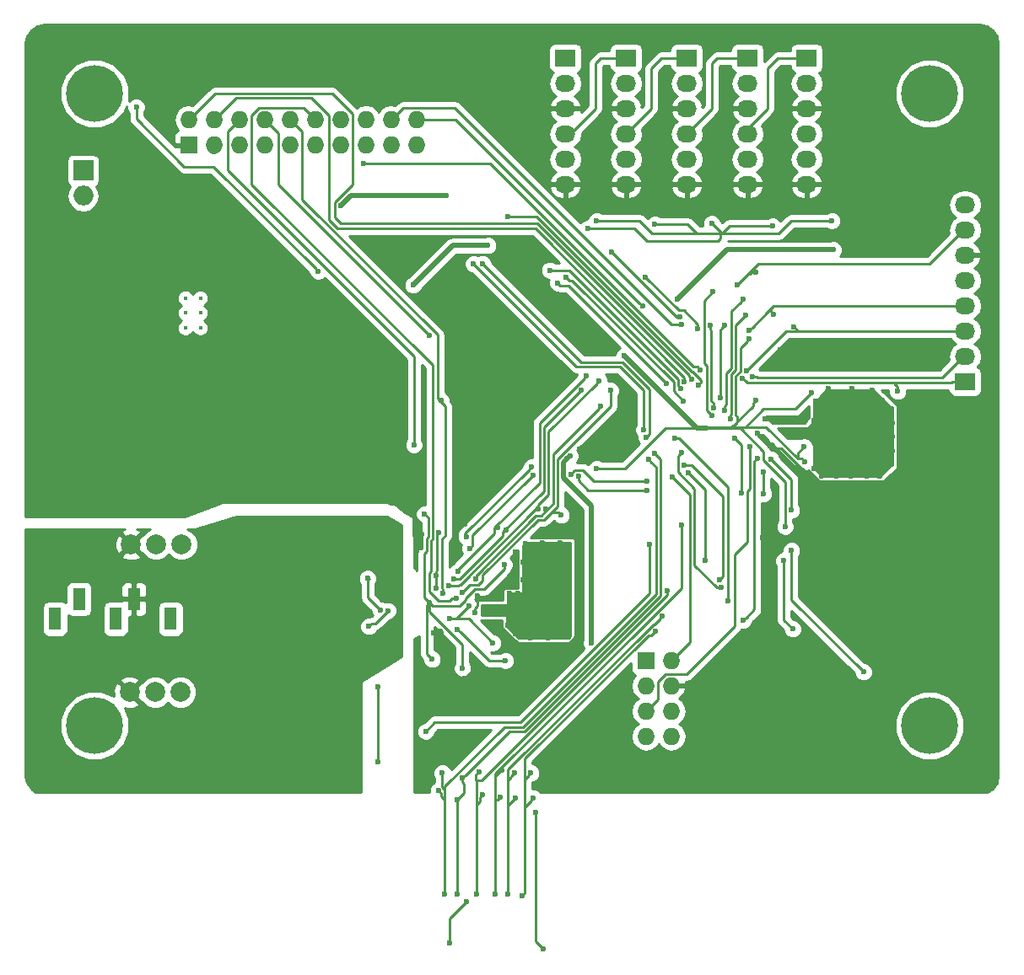
<source format=gbl>
G04 #@! TF.FileFunction,Copper,L2,Bot,Signal*
%FSLAX46Y46*%
G04 Gerber Fmt 4.6, Leading zero omitted, Abs format (unit mm)*
G04 Created by KiCad (PCBNEW 4.0.7-e2-6376~58~ubuntu16.04.1) date Mon Oct 23 20:06:01 2017*
%MOMM*%
%LPD*%
G01*
G04 APERTURE LIST*
%ADD10C,0.150000*%
%ADD11C,5.700000*%
%ADD12R,2.032000X1.727200*%
%ADD13O,2.032000X1.727200*%
%ADD14O,1.998980X1.998980*%
%ADD15R,1.998980X1.998980*%
%ADD16C,0.400000*%
%ADD17R,1.727200X1.727200*%
%ADD18O,1.727200X1.727200*%
%ADD19R,1.300000X2.300000*%
%ADD20C,1.998980*%
%ADD21C,0.600000*%
%ADD22C,0.250000*%
%ADD23C,0.500000*%
%ADD24C,1.400000*%
%ADD25C,0.254000*%
G04 APERTURE END LIST*
D10*
D11*
X73660000Y-121920000D03*
X73660000Y-58420000D03*
X157480000Y-58420000D03*
D12*
X133096000Y-54864000D03*
D13*
X133096000Y-57404000D03*
X133096000Y-59944000D03*
X133096000Y-62484000D03*
X133096000Y-65024000D03*
X133096000Y-67564000D03*
D12*
X120904000Y-54864000D03*
D13*
X120904000Y-57404000D03*
X120904000Y-59944000D03*
X120904000Y-62484000D03*
X120904000Y-65024000D03*
X120904000Y-67564000D03*
D12*
X161036000Y-87376000D03*
D13*
X161036000Y-84836000D03*
X161036000Y-82296000D03*
X161036000Y-79756000D03*
X161036000Y-77216000D03*
X161036000Y-74676000D03*
X161036000Y-72136000D03*
X161036000Y-69596000D03*
D14*
X72517000Y-68707000D03*
D15*
X72517000Y-66167000D03*
D12*
X127000000Y-54864000D03*
D13*
X127000000Y-57404000D03*
X127000000Y-59944000D03*
X127000000Y-62484000D03*
X127000000Y-65024000D03*
X127000000Y-67564000D03*
D12*
X139192000Y-54864000D03*
D13*
X139192000Y-57404000D03*
X139192000Y-59944000D03*
X139192000Y-62484000D03*
X139192000Y-65024000D03*
X139192000Y-67564000D03*
D12*
X145137000Y-54864000D03*
D13*
X145137000Y-57404000D03*
X145137000Y-59944000D03*
X145137000Y-62484000D03*
X145137000Y-65024000D03*
X145137000Y-67564000D03*
D16*
X82780000Y-78980000D03*
X82780000Y-80480000D03*
X84280000Y-78980000D03*
X84280000Y-80480000D03*
X82780000Y-81980000D03*
X84280000Y-81980000D03*
D11*
X157480000Y-121920000D03*
D17*
X83124721Y-63609889D03*
D18*
X83124721Y-61069889D03*
X85664721Y-63609889D03*
X85664721Y-61069889D03*
X88204721Y-63609889D03*
X88204721Y-61069889D03*
X90744721Y-63609889D03*
X90744721Y-61069889D03*
X93284721Y-63609889D03*
X93284721Y-61069889D03*
X95824721Y-63609889D03*
X95824721Y-61069889D03*
X98364721Y-63609889D03*
X98364721Y-61069889D03*
X100904721Y-63609889D03*
X100904721Y-61069889D03*
X103444721Y-63609889D03*
X103444721Y-61069889D03*
X105984721Y-63609889D03*
X105984721Y-61069889D03*
D19*
X69695000Y-111214000D03*
X77595000Y-109214000D03*
X72095000Y-109214000D03*
X81295000Y-111214000D03*
X75795000Y-111214000D03*
D17*
X129008000Y-115405000D03*
D18*
X131548000Y-115405000D03*
X129008000Y-117945000D03*
X131548000Y-117945000D03*
X129008000Y-120485000D03*
X131548000Y-120485000D03*
X129008000Y-123025000D03*
X131548000Y-123025000D03*
D20*
X79859000Y-103721000D03*
X82399000Y-103721000D03*
X77319000Y-103721000D03*
X79732000Y-118580000D03*
X77192000Y-118580000D03*
X82272000Y-118580000D03*
D21*
X102465000Y-96355000D03*
X140184000Y-92545000D03*
X144756005Y-91274995D03*
X141454000Y-93815000D03*
X146025996Y-85814000D03*
X150725000Y-120358000D03*
X160885000Y-116548000D03*
X94464000Y-98514000D03*
X95734000Y-98514000D03*
X95099000Y-98514000D03*
X101576000Y-88100000D03*
X106520199Y-102694478D03*
X106402000Y-104102000D03*
X122297966Y-94196000D03*
X68456940Y-78194000D03*
X68456940Y-81496000D03*
X68429000Y-86322000D03*
X68456940Y-73368000D03*
X81891000Y-70574000D03*
X78081000Y-70447000D03*
X78208000Y-71717000D03*
X81764000Y-71844000D03*
X87606000Y-75527000D03*
X84431000Y-76162000D03*
X82399000Y-66637000D03*
X94718000Y-94958000D03*
X93067000Y-95085000D03*
X112097011Y-108858428D03*
X102084000Y-118072000D03*
X102084000Y-125564996D03*
X111863000Y-110579000D03*
X115927000Y-104483000D03*
X115419000Y-107785000D03*
X149455000Y-67653000D03*
X115673000Y-61176000D03*
X142470000Y-84163000D03*
X143740000Y-85433000D03*
X140946000Y-91148000D03*
X146026000Y-97371000D03*
X140692000Y-103086000D03*
X117324000Y-87465000D03*
X125198000Y-95212000D03*
X114911000Y-97117000D03*
X110085000Y-97117000D03*
X110847000Y-101689000D03*
X107672000Y-112611000D03*
X108561000Y-118199000D03*
X107418000Y-118199000D03*
X117324000Y-114262000D03*
X115673000Y-113881000D03*
X110974000Y-139662000D03*
X109323000Y-143792040D03*
X118721000Y-144361000D03*
X117959000Y-130645000D03*
X108561000Y-119469000D03*
X110847000Y-117183000D03*
X107418000Y-78067000D03*
X111482000Y-80861000D03*
X123801000Y-82512000D03*
X145898968Y-96101000D03*
X146661004Y-96863000D03*
X148185000Y-96863000D03*
X151233000Y-96863014D03*
X149582000Y-96863000D03*
X95861000Y-81115000D03*
X99925000Y-80480000D03*
X93702000Y-76035000D03*
X94718000Y-78448000D03*
X100179000Y-88608000D03*
X96242000Y-89624000D03*
X94718000Y-90132000D03*
X94718000Y-83655000D03*
X94718000Y-87211000D03*
X79478000Y-79845000D03*
X76049000Y-80226000D03*
X82780000Y-77559000D03*
X83923000Y-83528000D03*
X121007000Y-112991988D03*
X116896362Y-103674362D03*
X152884000Y-93307000D03*
X150344000Y-88862000D03*
X145899000Y-91275000D03*
X149709000Y-88100000D03*
X146026000Y-89370000D03*
X147296000Y-88100000D03*
X153773000Y-91528994D03*
X153773000Y-94323000D03*
X153773000Y-92926000D03*
X152757000Y-89243000D03*
X151741000Y-88227000D03*
X153646000Y-90132000D03*
X153646000Y-95720000D03*
X152503000Y-96863000D03*
X115165000Y-111849000D03*
X115927000Y-112738000D03*
X120118000Y-104483000D03*
X117578000Y-112230000D03*
X119229000Y-113119000D03*
X117451000Y-113119000D03*
X120372000Y-103594000D03*
X115292000Y-108674000D03*
X116181000Y-108674000D03*
X116682303Y-107278157D03*
X116674998Y-105499000D03*
X118594000Y-103594000D03*
X121275002Y-105499000D03*
X121267697Y-107278157D03*
X121261000Y-109055000D03*
X121275002Y-110833000D03*
X113133000Y-73699978D03*
X132183000Y-79083000D03*
X147804000Y-74130000D03*
X105640004Y-77686000D03*
X123547000Y-113627000D03*
X121388000Y-94831000D03*
X96115000Y-76289000D03*
X77847000Y-59779000D03*
X103128759Y-110402977D03*
X101195000Y-111976000D03*
X108941994Y-68669000D03*
X98401000Y-69685000D03*
X130659000Y-110960000D03*
X115800000Y-126708000D03*
X115927000Y-129248000D03*
X115165000Y-138900000D03*
X132564000Y-101816000D03*
X114539990Y-126415202D03*
X114403000Y-129121000D03*
X113895000Y-138900000D03*
X131167000Y-108420000D03*
X112244000Y-126581000D03*
X112625000Y-128867000D03*
X111990000Y-138900000D03*
X129897000Y-94577000D03*
X110593000Y-127216000D03*
X110085000Y-129375000D03*
X110085000Y-138900000D03*
X129271990Y-95199562D03*
X108561000Y-126708000D03*
X108180000Y-128486000D03*
X108815000Y-138900000D03*
X129957948Y-112417950D03*
X117451000Y-126708000D03*
X117705000Y-129248000D03*
X116560154Y-139025154D03*
X129389000Y-103721000D03*
X106910000Y-122517000D03*
X138718224Y-87022998D03*
X154281000Y-88354000D03*
X139674968Y-86841849D03*
X139093711Y-86292159D03*
X143867000Y-81877000D03*
X141835000Y-80607000D03*
X139366011Y-82228344D03*
X140057000Y-76416000D03*
X138152000Y-77686000D03*
X132857986Y-87349873D03*
X133638231Y-87173131D03*
X131675000Y-96990000D03*
X134248230Y-87691029D03*
X115112788Y-70780890D03*
X135466043Y-81734850D03*
X135838583Y-89985011D03*
X135602010Y-90749239D03*
X135739000Y-78321000D03*
X136935644Y-81701457D03*
X136441979Y-89008748D03*
X140809010Y-96487777D03*
X140827584Y-98637810D03*
X138777010Y-79101396D03*
X136928300Y-90241708D03*
X138568765Y-98522031D03*
X137887261Y-93032172D03*
X137517000Y-91148000D03*
X139041000Y-80734000D03*
X121451709Y-96669536D03*
X117701647Y-96745990D03*
X129125010Y-97416010D03*
X111322397Y-104110441D03*
X131929000Y-93053000D03*
X137252221Y-109424352D03*
X132587150Y-94460191D03*
X136526899Y-108072721D03*
X136406949Y-107281753D03*
X132859426Y-95776282D03*
X134922881Y-105362010D03*
X133240700Y-96567300D03*
X124055000Y-96101000D03*
X142851000Y-105372000D03*
X143740000Y-112230000D03*
X140054446Y-89240452D03*
X144883000Y-93942000D03*
X139366011Y-83067082D03*
X144975266Y-95446012D03*
X126851551Y-84795449D03*
X145645000Y-88481000D03*
X142978000Y-101943000D03*
X110593004Y-108547000D03*
X125436999Y-88262990D03*
X120499000Y-100800000D03*
X111881936Y-107158405D03*
X118975052Y-100164998D03*
X124465231Y-89853871D03*
X122227977Y-96863000D03*
X117528499Y-95964940D03*
X129145204Y-98279034D03*
X110974000Y-102958996D03*
X110120009Y-106475021D03*
X114149000Y-102070000D03*
X123038998Y-86830000D03*
X122531008Y-88227000D03*
X114933480Y-102303801D03*
X109689972Y-107173930D03*
X124308996Y-87338000D03*
X118175854Y-100200996D03*
X109196000Y-107911994D03*
X105708991Y-93727934D03*
X107291000Y-82766000D03*
X100687000Y-65494000D03*
X134469000Y-86195000D03*
X108582290Y-108623495D03*
X108434000Y-89243000D03*
X109943782Y-109153058D03*
X107300990Y-109576817D03*
X114784000Y-105753000D03*
X110593000Y-116167000D03*
X107548859Y-115275020D03*
X106793000Y-100673000D03*
X102334841Y-110304423D03*
X101068002Y-107150000D03*
X108220221Y-102578000D03*
X111239103Y-109917189D03*
X107926000Y-106896000D03*
X107926000Y-108166000D03*
X113641000Y-113627000D03*
X109323000Y-111214000D03*
X134216032Y-82019808D03*
X128941949Y-76863051D03*
X120128971Y-77453635D03*
X131040000Y-87592000D03*
X132377339Y-80847176D03*
X125579000Y-74384006D03*
X121007006Y-76924000D03*
X132791794Y-89342856D03*
X132561582Y-81625684D03*
X132515894Y-88073054D03*
X119356000Y-76180012D03*
X128652513Y-79793974D03*
X128762268Y-92220173D03*
X111680948Y-75555010D03*
X129016975Y-92978555D03*
X112625000Y-75527000D03*
X123166000Y-71971000D03*
X141708000Y-71717000D03*
X147677000Y-71209000D03*
X129897000Y-71590000D03*
X135612000Y-71463000D03*
X124055000Y-71209000D03*
X110090612Y-112247690D03*
X114911000Y-115405000D03*
X88622000Y-117945000D03*
X95607000Y-104483000D03*
X95607000Y-117818000D03*
X95734000Y-112611000D03*
X94591000Y-110960000D03*
X95734000Y-109690000D03*
X75795000Y-117437000D03*
X75922000Y-104737000D03*
X94464000Y-101816000D03*
X95734000Y-101816000D03*
X95099000Y-101816000D03*
X103989000Y-102070000D03*
X101830000Y-106261000D03*
X103100008Y-112230000D03*
X103235654Y-108554554D03*
X99925000Y-110579000D03*
X97385000Y-112230000D03*
X88495000Y-104229000D03*
X143613000Y-104356000D03*
X143613000Y-100292000D03*
X150852000Y-116548000D03*
X141553466Y-95153565D03*
X139422000Y-93942000D03*
X138771678Y-111381345D03*
X140184000Y-95085000D03*
D22*
X102465000Y-96355000D02*
X98528000Y-92418000D01*
X105767000Y-99657000D02*
X102465000Y-96355000D01*
X141454000Y-93815000D02*
X140184000Y-92545000D01*
X144756000Y-91274990D02*
X144756005Y-91274995D01*
X144756000Y-91148000D02*
X144756000Y-91274990D01*
X140946000Y-91148000D02*
X144756000Y-91148000D01*
X141454000Y-93815000D02*
X141753999Y-94114999D01*
X141753999Y-94114999D02*
X142607576Y-94114999D01*
X142607576Y-94114999D02*
X144563590Y-96071013D01*
X144563590Y-96071013D02*
X144726013Y-96071013D01*
X144726013Y-96071013D02*
X146026000Y-97371000D01*
X143740000Y-85433000D02*
X144121000Y-85814000D01*
X145601732Y-85814000D02*
X146025996Y-85814000D01*
X144121000Y-85814000D02*
X145601732Y-85814000D01*
X140692000Y-103086000D02*
X144121000Y-103086000D01*
X144121000Y-103086000D02*
X146026000Y-101181000D01*
X146026000Y-101181000D02*
X146026000Y-97970998D01*
X146026000Y-97970998D02*
X146325999Y-97670999D01*
X146325999Y-97670999D02*
X146026000Y-97371000D01*
X95734000Y-98514000D02*
X95988000Y-98514000D01*
X101151736Y-88100000D02*
X101576000Y-88100000D01*
X100687000Y-88100000D02*
X101151736Y-88100000D01*
X100179000Y-88608000D02*
X100687000Y-88100000D01*
X106520199Y-102694478D02*
X106520199Y-103983801D01*
X106520199Y-103983801D02*
X106402000Y-104102000D01*
X98528000Y-92418000D02*
X97385000Y-92418000D01*
X105767000Y-103467000D02*
X105767000Y-99657000D01*
X106402000Y-104102000D02*
X105767000Y-103467000D01*
X122597965Y-94495999D02*
X122297966Y-94196000D01*
X125198000Y-95212000D02*
X123313966Y-95212000D01*
X123313966Y-95212000D02*
X122597965Y-94495999D01*
X84431000Y-68669000D02*
X82698999Y-66936999D01*
X84431000Y-73307000D02*
X84431000Y-68669000D01*
X82698999Y-66936999D02*
X82399000Y-66637000D01*
X97385000Y-92418000D02*
X95099000Y-90132000D01*
X95099000Y-90132000D02*
X94718000Y-90132000D01*
X94718000Y-94958000D02*
X95017999Y-94658001D01*
X95017999Y-94658001D02*
X95017999Y-93733999D01*
X95017999Y-93733999D02*
X94718000Y-93434000D01*
X93067000Y-95085000D02*
X94718000Y-93434000D01*
X94718000Y-93434000D02*
X94718000Y-90132000D01*
X111863000Y-110579000D02*
X111863000Y-110154736D01*
X111863000Y-110154736D02*
X112097011Y-109920725D01*
X112097011Y-109920725D02*
X112097011Y-108858428D01*
X102084000Y-125564996D02*
X102084000Y-118072000D01*
X115419000Y-107785000D02*
X115927000Y-107277000D01*
X115927000Y-107277000D02*
X115927000Y-104483000D01*
X149455000Y-67653000D02*
X145226000Y-67653000D01*
X145226000Y-67653000D02*
X145137000Y-67564000D01*
X120904000Y-67564000D02*
X119638000Y-67564000D01*
X119638000Y-67564000D02*
X115673000Y-63599000D01*
X115673000Y-63599000D02*
X115673000Y-61600264D01*
X115673000Y-61600264D02*
X115673000Y-61176000D01*
X127000000Y-67564000D02*
X125734000Y-67564000D01*
X125734000Y-67564000D02*
X120904000Y-67564000D01*
X133096000Y-67564000D02*
X127000000Y-67564000D01*
X139192000Y-67564000D02*
X137926000Y-67564000D01*
X137926000Y-67564000D02*
X133096000Y-67564000D01*
X145137000Y-67564000D02*
X143871000Y-67564000D01*
X143871000Y-67564000D02*
X139192000Y-67564000D01*
X118213000Y-61176000D02*
X119445000Y-59944000D01*
X119445000Y-59944000D02*
X120904000Y-59944000D01*
X115673000Y-61176000D02*
X118213000Y-61176000D01*
X142470000Y-84163000D02*
X143740000Y-85433000D01*
X117324000Y-87465000D02*
X117324000Y-86703000D01*
X117324000Y-86703000D02*
X111482000Y-80861000D01*
X114911000Y-97117000D02*
X110085000Y-97117000D01*
X110847000Y-101689000D02*
X110085000Y-100927000D01*
X110085000Y-100927000D02*
X110085000Y-97117000D01*
X107672000Y-112611000D02*
X107971999Y-112311001D01*
X107971999Y-112311001D02*
X108388001Y-112311001D01*
X108388001Y-112311001D02*
X108561000Y-112484000D01*
X108561000Y-112484000D02*
X108561000Y-118199000D01*
X108561000Y-118199000D02*
X108561000Y-119469000D01*
X107418000Y-118199000D02*
X107418000Y-118326000D01*
X107418000Y-118326000D02*
X108561000Y-119469000D01*
X115419000Y-116591264D02*
X111438736Y-116591264D01*
X111438736Y-116591264D02*
X110847000Y-117183000D01*
X117324000Y-114262000D02*
X117324000Y-114686264D01*
X117324000Y-114686264D02*
X115419000Y-116591264D01*
X115673000Y-113881000D02*
X116943000Y-113881000D01*
X116943000Y-113881000D02*
X117324000Y-114262000D01*
X110974000Y-139662000D02*
X109323000Y-141313000D01*
X109323000Y-141313000D02*
X109323000Y-143792040D01*
X117959000Y-130645000D02*
X117959000Y-143599000D01*
X117959000Y-143599000D02*
X118721000Y-144361000D01*
X110847000Y-117183000D02*
X108561000Y-119469000D01*
X111482000Y-80861000D02*
X108688000Y-78067000D01*
X108688000Y-78067000D02*
X107418000Y-78067000D01*
X86463000Y-83782000D02*
X86463000Y-83385998D01*
X86463000Y-83385998D02*
X86209000Y-83131998D01*
X85828000Y-80988000D02*
X85828000Y-79251001D01*
X86209000Y-83131998D02*
X86209000Y-81369000D01*
X86209000Y-81369000D02*
X85828000Y-80988000D01*
X85828000Y-79251001D02*
X85805000Y-79228001D01*
X85805000Y-79228001D02*
X85805000Y-78298000D01*
X85805000Y-78298000D02*
X84685000Y-77178000D01*
X84685000Y-77178000D02*
X83754999Y-77178000D01*
X99036000Y-81369000D02*
X95734000Y-81369000D01*
X95734000Y-81369000D02*
X94718000Y-81369000D01*
X95861000Y-81115000D02*
X95861000Y-81242000D01*
X95861000Y-81242000D02*
X95734000Y-81369000D01*
X99925000Y-80480000D02*
X99036000Y-81369000D01*
X94718000Y-78448000D02*
X94718000Y-77051000D01*
X94718000Y-77051000D02*
X93702000Y-76035000D01*
X94718000Y-81369000D02*
X94718000Y-78448000D01*
X100179000Y-88608000D02*
X97258000Y-88608000D01*
X97258000Y-88608000D02*
X96242000Y-89624000D01*
X96242000Y-89624000D02*
X95226000Y-89624000D01*
X95226000Y-89624000D02*
X94718000Y-90132000D01*
X94718000Y-87211000D02*
X94718000Y-90132000D01*
X94718000Y-87211000D02*
X94718000Y-83655000D01*
X79478000Y-79845000D02*
X81764000Y-77559000D01*
X81764000Y-77559000D02*
X82780000Y-77559000D01*
X76049000Y-80226000D02*
X78716000Y-77559000D01*
X78716000Y-77559000D02*
X82780000Y-77559000D01*
X83754999Y-77178000D02*
X83754999Y-73983001D01*
X82780000Y-77559000D02*
X83079999Y-77259001D01*
X83079999Y-77259001D02*
X83673998Y-77259001D01*
X83673998Y-77259001D02*
X83754999Y-77178000D01*
X83923000Y-83528000D02*
X86209000Y-83528000D01*
X86209000Y-83528000D02*
X86463000Y-83782000D01*
X83754999Y-73983001D02*
X84131001Y-73606999D01*
X152884000Y-93307000D02*
X153392000Y-93307000D01*
X153392000Y-93307000D02*
X153773000Y-92926000D01*
X150344000Y-88862000D02*
X150344000Y-88735000D01*
X150344000Y-88735000D02*
X149709000Y-88100000D01*
X120118000Y-104483000D02*
X120118000Y-103848000D01*
X120118000Y-103848000D02*
X120372000Y-103594000D01*
X117578000Y-112230000D02*
X117578000Y-112992000D01*
X117578000Y-112992000D02*
X117451000Y-113119000D01*
X84131001Y-73606999D02*
X84431000Y-73307000D01*
D23*
X123547000Y-113627000D02*
X123547000Y-99874831D01*
X123547000Y-99874831D02*
X120701707Y-97029538D01*
X120701707Y-97029538D02*
X120701707Y-95517293D01*
X120701707Y-95517293D02*
X121088001Y-95130999D01*
X121088001Y-95130999D02*
X121388000Y-94831000D01*
D22*
X77847000Y-59779000D02*
X77847000Y-60942000D01*
X77847000Y-60942000D02*
X82662996Y-65757996D01*
X82662996Y-65757996D02*
X85583996Y-65757996D01*
X85583996Y-65757996D02*
X95815001Y-75989001D01*
X95815001Y-75989001D02*
X96115000Y-76289000D01*
D23*
X109626026Y-73699978D02*
X112708736Y-73699978D01*
X105640004Y-77686000D02*
X109626026Y-73699978D01*
X112708736Y-73699978D02*
X113133000Y-73699978D01*
X132183000Y-79083000D02*
X137136000Y-74130000D01*
X137136000Y-74130000D02*
X147804000Y-74130000D01*
D22*
X101494999Y-111676001D02*
X101855735Y-111676001D01*
X101195000Y-111976000D02*
X101494999Y-111676001D01*
X101855735Y-111676001D02*
X102828760Y-110702976D01*
X102828760Y-110702976D02*
X103128759Y-110402977D01*
D23*
X99417000Y-68669000D02*
X108517730Y-68669000D01*
X98401000Y-69685000D02*
X99417000Y-68669000D01*
X108517730Y-68669000D02*
X108941994Y-68669000D01*
D24*
X88138000Y-63543168D02*
X88204721Y-63609889D01*
X85664721Y-63609889D02*
X85664721Y-63625279D01*
X85664721Y-63625279D02*
X85574000Y-63716000D01*
X85574000Y-63716000D02*
X85598000Y-63740000D01*
D22*
X129760002Y-111731998D02*
X129887002Y-111731998D01*
X129887002Y-111731998D02*
X130359001Y-111259999D01*
X115165000Y-126327000D02*
X129760002Y-111731998D01*
X130359001Y-111259999D02*
X130659000Y-110960000D01*
X115165000Y-127470000D02*
X115165000Y-126327000D01*
X115165000Y-127470000D02*
X115165000Y-128740000D01*
X115800000Y-126708000D02*
X115500001Y-127007999D01*
X115500001Y-127007999D02*
X115500001Y-127134999D01*
X115500001Y-127134999D02*
X115165000Y-127470000D01*
X115165000Y-128740000D02*
X115165000Y-130010000D01*
X115165000Y-130010000D02*
X115165000Y-138475736D01*
X115927000Y-129248000D02*
X115165000Y-130010000D01*
X115165000Y-138475736D02*
X115165000Y-138900000D01*
X129452245Y-111281987D02*
X132564000Y-108170232D01*
X132564000Y-108170232D02*
X132564000Y-102240264D01*
X113895000Y-127597000D02*
X113895000Y-126797585D01*
X129410598Y-111281987D02*
X129452245Y-111281987D01*
X132564000Y-102240264D02*
X132564000Y-101816000D01*
X113895000Y-126797585D02*
X129410598Y-111281987D01*
X113895000Y-127060192D02*
X114239991Y-126715201D01*
X113895000Y-127597000D02*
X113895000Y-127060192D01*
X114239991Y-126715201D02*
X114539990Y-126415202D01*
X113895000Y-127597000D02*
X113895000Y-128105000D01*
X113895000Y-128105000D02*
X113895000Y-129375000D01*
X113895000Y-129375000D02*
X113895000Y-138475736D01*
X114403000Y-129121000D02*
X114103001Y-129420999D01*
X114103001Y-129420999D02*
X113940999Y-129420999D01*
X113940999Y-129420999D02*
X113895000Y-129375000D01*
X113895000Y-138475736D02*
X113895000Y-138900000D01*
X131167000Y-108844264D02*
X131167000Y-108420000D01*
X112542674Y-127468590D02*
X131167000Y-108844264D01*
X111990000Y-127468590D02*
X112542674Y-127468590D01*
X112244000Y-126581000D02*
X111944001Y-126880999D01*
X111944001Y-126880999D02*
X111944001Y-127422591D01*
X111944001Y-127422591D02*
X111990000Y-127468590D01*
X111990000Y-138900000D02*
X111990000Y-129883000D01*
X111990000Y-129883000D02*
X111990000Y-128740000D01*
X112625000Y-128867000D02*
X112325001Y-129166999D01*
X112325001Y-129166999D02*
X112325001Y-129547999D01*
X112325001Y-129547999D02*
X111990000Y-129883000D01*
X111990000Y-128740000D02*
X111990000Y-127468590D01*
X110593000Y-127216000D02*
X110593000Y-127640264D01*
X110593000Y-127640264D02*
X110717180Y-127764444D01*
X110717180Y-127764444D02*
X110717180Y-128742820D01*
X110717180Y-128742820D02*
X110085000Y-129375000D01*
X130464012Y-95144012D02*
X130464012Y-108868989D01*
X115292000Y-122517000D02*
X110892999Y-126916001D01*
X129897000Y-94577000D02*
X130464012Y-95144012D01*
X110892999Y-126916001D02*
X110593000Y-127216000D01*
X116816001Y-122517000D02*
X115292000Y-122517000D01*
X130464012Y-108868989D02*
X116816001Y-122517000D01*
X110085000Y-129375000D02*
X110085000Y-138475736D01*
X110085000Y-138475736D02*
X110085000Y-138900000D01*
X108815000Y-128068998D02*
X114817009Y-122066989D01*
X130014001Y-95941573D02*
X129571989Y-95499561D01*
X116629601Y-122066989D02*
X130014001Y-108682589D01*
X129571989Y-95499561D02*
X129271990Y-95199562D01*
X130014001Y-108682589D02*
X130014001Y-95941573D01*
X108815000Y-128359000D02*
X108815000Y-128068998D01*
X114817009Y-122066989D02*
X116629601Y-122066989D01*
X108561000Y-126708000D02*
X108561000Y-128105000D01*
X108561000Y-128105000D02*
X108815000Y-128359000D01*
X108180000Y-128486000D02*
X108479999Y-128785999D01*
X108479999Y-128785999D02*
X108479999Y-129035769D01*
X108479999Y-129035769D02*
X108815000Y-129370770D01*
X108815000Y-129370770D02*
X108815000Y-128359000D01*
X108815000Y-138475736D02*
X108815000Y-138900000D01*
X108815000Y-129370770D02*
X108815000Y-138475736D01*
X116860153Y-125268257D02*
X129262000Y-112866410D01*
X129262000Y-112866410D02*
X129509488Y-112866410D01*
X129509488Y-112866410D02*
X129957948Y-112417950D01*
X116860153Y-127343000D02*
X116860153Y-125268257D01*
X116860153Y-127343000D02*
X116860153Y-128740000D01*
X117151001Y-127052152D02*
X116860153Y-127343000D01*
X117451000Y-126708000D02*
X117151001Y-127007999D01*
X117151001Y-127007999D02*
X117151001Y-127052152D01*
X116860153Y-128740000D02*
X116860153Y-130137000D01*
X116860153Y-130137000D02*
X116860153Y-138725155D01*
X117705000Y-129248000D02*
X117405001Y-129547999D01*
X117405001Y-129547999D02*
X117405001Y-129592152D01*
X117405001Y-129592152D02*
X116860153Y-130137000D01*
X116860153Y-138725155D02*
X116560154Y-139025154D01*
X129389000Y-104145264D02*
X129389000Y-103721000D01*
X116443202Y-121616978D02*
X129389000Y-108671180D01*
X107810022Y-121616978D02*
X116443202Y-121616978D01*
X106910000Y-122517000D02*
X107810022Y-121616978D01*
X129389000Y-108671180D02*
X129389000Y-104145264D01*
X153891109Y-87466850D02*
X139162076Y-87466850D01*
X153900000Y-87457959D02*
X153891109Y-87466850D01*
X139162076Y-87466850D02*
X139018223Y-87322997D01*
X139018223Y-87322997D02*
X138718224Y-87022998D01*
X159688041Y-87457959D02*
X153900000Y-87457959D01*
X154281000Y-87929736D02*
X153900000Y-87548736D01*
X154281000Y-88354000D02*
X154281000Y-87929736D01*
X153900000Y-87548736D02*
X153900000Y-87457959D01*
X161036000Y-87376000D02*
X159770000Y-87376000D01*
X159770000Y-87376000D02*
X159688041Y-87457959D01*
X161036000Y-87376000D02*
X160883600Y-87376000D01*
X160883600Y-84836000D02*
X158772598Y-86947002D01*
X140204385Y-86947002D02*
X140099232Y-86841849D01*
X161036000Y-84836000D02*
X160883600Y-84836000D01*
X158772598Y-86947002D02*
X140204385Y-86947002D01*
X140099232Y-86841849D02*
X139674968Y-86841849D01*
X143089870Y-82296000D02*
X139393710Y-85992160D01*
X144121000Y-82296000D02*
X143089870Y-82296000D01*
X139393710Y-85992160D02*
X139093711Y-86292159D01*
X161036000Y-82296000D02*
X144121000Y-82296000D01*
X143867000Y-81877000D02*
X144166999Y-82176999D01*
X144166999Y-82176999D02*
X144166999Y-82250001D01*
X144166999Y-82250001D02*
X144121000Y-82296000D01*
X141838355Y-79756000D02*
X141200000Y-80394355D01*
X141200000Y-80394355D02*
X139666010Y-81928345D01*
X141835000Y-80607000D02*
X141535001Y-80307001D01*
X141535001Y-80307001D02*
X141287354Y-80307001D01*
X141287354Y-80307001D02*
X141200000Y-80394355D01*
X139666010Y-81928345D02*
X139366011Y-82228344D01*
X161036000Y-79756000D02*
X141838355Y-79756000D01*
X140311000Y-75527000D02*
X139295000Y-76543000D01*
X139295000Y-76543000D02*
X138152000Y-77686000D01*
X140057000Y-76416000D02*
X139632736Y-76416000D01*
X139632736Y-76416000D02*
X139505736Y-76543000D01*
X139505736Y-76543000D02*
X139295000Y-76543000D01*
X161036000Y-72136000D02*
X160883600Y-72136000D01*
X160883600Y-72136000D02*
X157492600Y-75527000D01*
X157492600Y-75527000D02*
X140311000Y-75527000D01*
X117903377Y-71971000D02*
X132857986Y-86925609D01*
X95403962Y-58890000D02*
X97176120Y-60662158D01*
X97176120Y-71125710D02*
X98021410Y-71971000D01*
X97176120Y-60662158D02*
X97176120Y-71125710D01*
X87844610Y-58890000D02*
X95403962Y-58890000D01*
X132857986Y-86925609D02*
X132857986Y-87349873D01*
X85664721Y-61069889D02*
X87844610Y-58890000D01*
X98021410Y-71971000D02*
X117903377Y-71971000D01*
X133338232Y-86873132D02*
X133638231Y-87173131D01*
X118083178Y-71463000D02*
X133338232Y-86718054D01*
X98401000Y-71463000D02*
X118083178Y-71463000D01*
X97775998Y-70837998D02*
X98401000Y-71463000D01*
X99553322Y-60499360D02*
X99553322Y-67607674D01*
X97775998Y-69384998D02*
X97775998Y-70837998D01*
X97493951Y-58439989D02*
X99553322Y-60499360D01*
X99553322Y-67607674D02*
X97775998Y-69384998D01*
X83124721Y-61069889D02*
X85754621Y-58439989D01*
X85754621Y-58439989D02*
X97493951Y-58439989D01*
X133338232Y-86718054D02*
X133338232Y-86873132D01*
X133443001Y-98758001D02*
X133443001Y-113509999D01*
X132411599Y-114541401D02*
X131548000Y-115405000D01*
X131675000Y-96990000D02*
X133443001Y-98758001D01*
X133443001Y-113509999D02*
X132411599Y-114541401D01*
X134548229Y-87391030D02*
X134248230Y-87691029D01*
X118037479Y-70780890D02*
X133601601Y-86345012D01*
X134548229Y-87199231D02*
X134548229Y-87391030D01*
X133694010Y-86345012D02*
X134548229Y-87199231D01*
X115112788Y-70780890D02*
X118037479Y-70780890D01*
X133601601Y-86345012D02*
X133694010Y-86345012D01*
X123952000Y-59944000D02*
X121412000Y-62484000D01*
X123952000Y-55372000D02*
X123952000Y-59944000D01*
X127000000Y-54864000D02*
X124460000Y-54864000D01*
X124460000Y-54864000D02*
X123952000Y-55372000D01*
X135544012Y-89266176D02*
X135544012Y-82237083D01*
X135544012Y-82237083D02*
X135466043Y-82159114D01*
X135838583Y-89560747D02*
X135544012Y-89266176D01*
X135466043Y-82159114D02*
X135466043Y-81734850D01*
X135838583Y-89985011D02*
X135838583Y-89560747D01*
X129540000Y-59944000D02*
X127000000Y-62484000D01*
X129540000Y-55880000D02*
X129540000Y-59944000D01*
X133096000Y-54864000D02*
X130556000Y-54864000D01*
X130556000Y-54864000D02*
X129540000Y-55880000D01*
X135094001Y-85767999D02*
X135094001Y-90241230D01*
X135739000Y-78321000D02*
X134841034Y-79218966D01*
X135094001Y-90241230D02*
X135302011Y-90449240D01*
X134841034Y-79218966D02*
X134841034Y-85515032D01*
X134841034Y-85515032D02*
X135094001Y-85767999D01*
X135302011Y-90449240D02*
X135602010Y-90749239D01*
X135636000Y-59944000D02*
X133096000Y-62484000D01*
X136144000Y-54864000D02*
X135636000Y-55372000D01*
X135636000Y-55372000D02*
X135636000Y-59944000D01*
X138684000Y-54864000D02*
X136144000Y-54864000D01*
X136635645Y-82001456D02*
X136935644Y-81701457D01*
X136441979Y-82195122D02*
X136635645Y-82001456D01*
X136441979Y-89008748D02*
X136441979Y-82195122D01*
X141224000Y-55880000D02*
X141224000Y-59944000D01*
X142240000Y-54864000D02*
X141224000Y-55880000D01*
X144780000Y-54864000D02*
X142240000Y-54864000D01*
X141224000Y-59944000D02*
X138684000Y-62484000D01*
X137568688Y-80309718D02*
X138477011Y-79401395D01*
X137066989Y-86516600D02*
X137568688Y-86014901D01*
X136928300Y-90241708D02*
X136928300Y-89817444D01*
X137568688Y-86014901D02*
X137568688Y-80309718D01*
X137066989Y-89678755D02*
X137066989Y-86516600D01*
X138477011Y-79401395D02*
X138777010Y-79101396D01*
X136928300Y-89817444D02*
X137066989Y-89678755D01*
X140827584Y-98637810D02*
X140827584Y-96506351D01*
X140827584Y-96506351D02*
X140809010Y-96487777D01*
X138568765Y-93713676D02*
X138568765Y-98097767D01*
X137887261Y-93032172D02*
X138568765Y-93713676D01*
X138568765Y-98097767D02*
X138568765Y-98522031D01*
X137517000Y-90723736D02*
X137517000Y-91148000D01*
X138018699Y-86201301D02*
X137553301Y-86666699D01*
X139041000Y-80734000D02*
X138018699Y-81756301D01*
X137553301Y-90687435D02*
X137517000Y-90723736D01*
X138018699Y-81756301D02*
X138018699Y-86201301D01*
X137553301Y-86666699D02*
X137553301Y-90687435D01*
X129125010Y-97416010D02*
X129080000Y-97371000D01*
X122666983Y-96237998D02*
X121883247Y-96237998D01*
X129080000Y-97371000D02*
X123799985Y-97371000D01*
X123799985Y-97371000D02*
X122666983Y-96237998D01*
X121883247Y-96237998D02*
X121751708Y-96369537D01*
X121751708Y-96369537D02*
X121451709Y-96669536D01*
X111622396Y-102825241D02*
X117401648Y-97045989D01*
X117401648Y-97045989D02*
X117701647Y-96745990D01*
X111622396Y-103810442D02*
X111622396Y-102825241D01*
X111322397Y-104110441D02*
X111622396Y-103810442D01*
X132353264Y-93053000D02*
X131929000Y-93053000D01*
X137252221Y-97951957D02*
X132353264Y-93053000D01*
X137252221Y-109424352D02*
X137252221Y-97951957D01*
X136526899Y-108072721D02*
X136102635Y-108072721D01*
X132210047Y-94837294D02*
X132287151Y-94760190D01*
X132287151Y-94760190D02*
X132587150Y-94460191D01*
X132210047Y-96461651D02*
X132210047Y-94837294D01*
X133893012Y-98144616D02*
X132210047Y-96461651D01*
X136102635Y-108072721D02*
X133893012Y-105863098D01*
X133893012Y-105863098D02*
X133893012Y-98144616D01*
X133556237Y-95776282D02*
X136706948Y-98926993D01*
X136706948Y-98926993D02*
X136706948Y-106981754D01*
X132859426Y-95776282D02*
X133556237Y-95776282D01*
X136706948Y-106981754D02*
X136406949Y-107281753D01*
X134922881Y-98249481D02*
X134922881Y-104937746D01*
X133240700Y-96567300D02*
X134922881Y-98249481D01*
X134922881Y-104937746D02*
X134922881Y-105362010D01*
D23*
X126851551Y-84795449D02*
X132183000Y-90126898D01*
X132183000Y-90126898D02*
X132183000Y-90132000D01*
X132183000Y-90132000D02*
X134133692Y-92082692D01*
X134133692Y-92082692D02*
X135091441Y-92082692D01*
D22*
X135091441Y-92082692D02*
X135045749Y-92037000D01*
X135045749Y-92037000D02*
X130972914Y-92037000D01*
X130972914Y-92037000D02*
X126908914Y-96101000D01*
X126908914Y-96101000D02*
X124479264Y-96101000D01*
X124479264Y-96101000D02*
X124055000Y-96101000D01*
X141048985Y-91919998D02*
X144248000Y-95119013D01*
X135088491Y-91919998D02*
X141048985Y-91919998D01*
X135070303Y-91938186D02*
X135088491Y-91919998D01*
X140809001Y-95292999D02*
X140809001Y-94403999D01*
X142978000Y-101943000D02*
X142978000Y-97461998D01*
X138487694Y-92082692D02*
X137517000Y-92082692D01*
X142978000Y-97461998D02*
X140809001Y-95292999D01*
X140809001Y-94403999D02*
X138487694Y-92082692D01*
X138468710Y-86387700D02*
X138468710Y-83964383D01*
X139066012Y-83367081D02*
X139366011Y-83067082D01*
X138036022Y-86820388D02*
X138468710Y-86387700D01*
X138036022Y-90742018D02*
X138036022Y-86820388D01*
X135070303Y-91938186D02*
X137651818Y-91938186D01*
X137651818Y-91938186D02*
X138142002Y-91448002D01*
X138142002Y-91448002D02*
X138142002Y-90847998D01*
X138468710Y-83964383D02*
X139066012Y-83367081D01*
X138142002Y-90847998D02*
X138036022Y-90742018D01*
X143740000Y-112230000D02*
X142851000Y-111341000D01*
X142851000Y-111341000D02*
X142851000Y-105372000D01*
X137517000Y-92082692D02*
X139754447Y-89845245D01*
X139754447Y-89845245D02*
X139754447Y-89540451D01*
X139754447Y-89540451D02*
X140054446Y-89240452D01*
X144248000Y-95119013D02*
X144248000Y-94958000D01*
X144883000Y-93942000D02*
X144248000Y-94577000D01*
X144248000Y-94577000D02*
X144248000Y-94958000D01*
X145645000Y-88481000D02*
X143994000Y-90132000D01*
X143994000Y-90132000D02*
X140819000Y-90132000D01*
X140819000Y-90132000D02*
X139012814Y-91938186D01*
X139012814Y-91938186D02*
X135070303Y-91938186D01*
X135091441Y-92082692D02*
X137517000Y-92082692D01*
X144248000Y-95119013D02*
X144648267Y-95119013D01*
X144648267Y-95119013D02*
X144675267Y-95146013D01*
X144675267Y-95146013D02*
X144975266Y-95446012D01*
X135070303Y-91938186D02*
X135070303Y-92061554D01*
X135070303Y-92061554D02*
X135091441Y-92082692D01*
X119610000Y-100455004D02*
X120126697Y-99938307D01*
X125436999Y-88687254D02*
X125436999Y-88262990D01*
X125436999Y-89856997D02*
X125436999Y-88687254D01*
X120126697Y-99938307D02*
X120126697Y-95167299D01*
X120126697Y-95167299D02*
X125436999Y-89856997D01*
X111356597Y-107783407D02*
X110893003Y-108247001D01*
X110893003Y-108247001D02*
X110593004Y-108547000D01*
X112614314Y-106814949D02*
X112614314Y-107351031D01*
X112181938Y-107783407D02*
X111356597Y-107783407D01*
X112614314Y-107351031D02*
X112181938Y-107783407D01*
X118153246Y-101276017D02*
X112614314Y-106814949D01*
X118788987Y-101276017D02*
X118153246Y-101276017D01*
X119610000Y-100455004D02*
X118788987Y-101276017D01*
X120499000Y-100800000D02*
X120199001Y-100500001D01*
X120199001Y-100500001D02*
X119654997Y-100500001D01*
X119654997Y-100500001D02*
X119610000Y-100455004D01*
X119676686Y-99662322D02*
X119676686Y-94642416D01*
X124165232Y-90153870D02*
X124465231Y-89853871D01*
X119047008Y-100292000D02*
X119676686Y-99662322D01*
X119676686Y-94642416D02*
X124165232Y-90153870D01*
X117966847Y-100826006D02*
X111881936Y-106910917D01*
X119047008Y-100292000D02*
X118513002Y-100826006D01*
X111881936Y-106910917D02*
X111881936Y-107158405D01*
X118513002Y-100826006D02*
X117966847Y-100826006D01*
X119047008Y-100292000D02*
X119047008Y-100236954D01*
X119047008Y-100236954D02*
X118975052Y-100164998D01*
X110847000Y-103042736D02*
X110847000Y-102646439D01*
X117228500Y-96264939D02*
X117528499Y-95964940D01*
X110847000Y-102646439D02*
X117228500Y-96264939D01*
X123219747Y-98279034D02*
X122227977Y-97287264D01*
X122227977Y-97287264D02*
X122227977Y-96863000D01*
X129145204Y-98279034D02*
X123219747Y-98279034D01*
X110890260Y-103042736D02*
X110974000Y-102958996D01*
X110847000Y-103042736D02*
X110890260Y-103042736D01*
X110847000Y-102959000D02*
X110847000Y-103042736D01*
X118326655Y-91542343D02*
X122738999Y-87129999D01*
X122738999Y-87129999D02*
X123038998Y-86830000D01*
X118326655Y-97511345D02*
X118326655Y-91542343D01*
X113768000Y-102070000D02*
X118326655Y-97511345D01*
X110120009Y-106237833D02*
X110120009Y-106475021D01*
X113768000Y-102070000D02*
X113768000Y-102589842D01*
X113768000Y-102589842D02*
X110120009Y-106237833D01*
X114149000Y-102070000D02*
X113768000Y-102070000D01*
X118776664Y-98367338D02*
X118776664Y-91981344D01*
X114657000Y-102487002D02*
X118776664Y-98367338D01*
X122231009Y-88526999D02*
X122531008Y-88227000D01*
X118776664Y-91981344D02*
X122231009Y-88526999D01*
X110346102Y-107173930D02*
X110114236Y-107173930D01*
X114657000Y-102487002D02*
X114657000Y-102863032D01*
X114657000Y-102863032D02*
X110346102Y-107173930D01*
X110114236Y-107173930D02*
X109689972Y-107173930D01*
X114657000Y-102487002D02*
X114750279Y-102487002D01*
X114750279Y-102487002D02*
X114933480Y-102303801D01*
X124008997Y-87637999D02*
X124308996Y-87338000D01*
X119226675Y-92420321D02*
X124008997Y-87637999D01*
X118175854Y-100200996D02*
X118175854Y-99776732D01*
X118175854Y-99776732D02*
X119226675Y-98725911D01*
X119226675Y-98725911D02*
X119226675Y-92420321D01*
X109196000Y-107911994D02*
X110176004Y-107911994D01*
X110361444Y-107794999D02*
X117955447Y-100200996D01*
X110292999Y-107794999D02*
X110361444Y-107794999D01*
X110176004Y-107911994D02*
X110292999Y-107794999D01*
X117955447Y-100200996D02*
X118175854Y-100200996D01*
X105708991Y-84866991D02*
X105708991Y-93303670D01*
X87016120Y-66174120D02*
X105708991Y-84866991D01*
X88204721Y-61069889D02*
X87016120Y-62258490D01*
X87016120Y-62258490D02*
X87016120Y-66174120D01*
X105708991Y-93303670D02*
X105708991Y-93727934D01*
X92096120Y-67571120D02*
X106991001Y-82466001D01*
X92096120Y-62421288D02*
X92096120Y-67571120D01*
X90744721Y-61069889D02*
X92096120Y-62421288D01*
X106991001Y-82466001D02*
X107291000Y-82766000D01*
X133788001Y-85895001D02*
X113387000Y-65494000D01*
X113387000Y-65494000D02*
X100687000Y-65494000D01*
X134469000Y-86195000D02*
X134169001Y-85895001D01*
X134169001Y-85895001D02*
X133788001Y-85895001D01*
X108582290Y-108199231D02*
X108582290Y-108623495D01*
X108083944Y-89116000D02*
X108845222Y-89877278D01*
X108551002Y-103172221D02*
X108551002Y-108167943D01*
X108845222Y-102878001D02*
X108551002Y-103172221D01*
X108845222Y-89877278D02*
X108845222Y-102878001D01*
X108551002Y-108167943D02*
X108582290Y-108199231D01*
X94473322Y-62258490D02*
X94473322Y-69059322D01*
X94473322Y-69059322D02*
X108083944Y-82669944D01*
X108083944Y-82669944D02*
X108083944Y-89116000D01*
X93284721Y-61069889D02*
X94473322Y-62258490D01*
X108434000Y-89243000D02*
X108307000Y-89116000D01*
X108307000Y-89116000D02*
X108083944Y-89116000D01*
X108229208Y-109394212D02*
X109278364Y-109394212D01*
X107477012Y-106419986D02*
X107300998Y-106596000D01*
X107477012Y-103299078D02*
X107477012Y-106419986D01*
X109519518Y-109153058D02*
X109943782Y-109153058D01*
X107300998Y-108466002D02*
X108229208Y-109394212D01*
X107595211Y-103180879D02*
X107477012Y-103299078D01*
X94636120Y-59881288D02*
X90174192Y-59881288D01*
X90174192Y-59881288D02*
X89393322Y-60662158D01*
X95824721Y-61069889D02*
X94636120Y-59881288D01*
X107300998Y-106596000D02*
X107300998Y-108466002D01*
X89393322Y-60662158D02*
X89393322Y-67535322D01*
X89393322Y-67535322D02*
X107595211Y-85737211D01*
X109278364Y-109394212D02*
X109519518Y-109153058D01*
X107595211Y-85737211D02*
X107595211Y-103180879D01*
X106793000Y-104636002D02*
X106793000Y-109068827D01*
X107000991Y-109276818D02*
X107300990Y-109576817D01*
X106793000Y-109068827D02*
X107000991Y-109276818D01*
X107027001Y-104402001D02*
X106793000Y-104636002D01*
X107145200Y-102994479D02*
X107027001Y-103112678D01*
X107027001Y-103112678D02*
X107027001Y-104402001D01*
X106793000Y-100673000D02*
X107145200Y-101025200D01*
X107145200Y-101025200D02*
X107145200Y-102994479D01*
X114784000Y-105753000D02*
X114784000Y-106177264D01*
X114784000Y-106177264D02*
X112727846Y-108233418D01*
X110345891Y-109876816D02*
X107600989Y-109876816D01*
X112727846Y-108233418D02*
X111795582Y-108233418D01*
X111795582Y-108233418D02*
X110923705Y-109105295D01*
X107600989Y-109876816D02*
X107300990Y-109576817D01*
X110923705Y-109105295D02*
X110923705Y-109299002D01*
X110923705Y-109299002D02*
X110345891Y-109876816D01*
X107000991Y-114727152D02*
X107000991Y-109876816D01*
X107000991Y-109876816D02*
X107300990Y-109576817D01*
X107548859Y-115275020D02*
X107000991Y-114727152D01*
X107300990Y-110478139D02*
X107300990Y-110001081D01*
X107300990Y-110001081D02*
X107300990Y-109576817D01*
X110593000Y-113770149D02*
X107300990Y-110478139D01*
X110593000Y-116167000D02*
X110593000Y-113770149D01*
X101068000Y-109037582D02*
X102034842Y-110004424D01*
X102034842Y-110004424D02*
X102334841Y-110304423D01*
X101068000Y-107193262D02*
X101068000Y-109037582D01*
X101068000Y-107150002D02*
X101068002Y-107150000D01*
X101068000Y-107193262D02*
X101068000Y-107150002D01*
X101070737Y-107195999D02*
X101068000Y-107193262D01*
X101240999Y-107195999D02*
X101070737Y-107195999D01*
X108045222Y-102752999D02*
X108220221Y-102578000D01*
X107926000Y-106471736D02*
X108045222Y-106352514D01*
X107926000Y-106896000D02*
X107926000Y-106471736D01*
X108045222Y-106352514D02*
X108045222Y-102752999D01*
X109323000Y-111214000D02*
X109942292Y-111214000D01*
X109942292Y-111214000D02*
X110939104Y-110217188D01*
X110939104Y-110217188D02*
X111239103Y-109917189D01*
X107926000Y-106896000D02*
X107926000Y-108166000D01*
X113641000Y-113627000D02*
X111228000Y-111214000D01*
X111228000Y-111214000D02*
X109323000Y-111214000D01*
X132842662Y-80222174D02*
X134216032Y-81595544D01*
X132301072Y-80222174D02*
X132842662Y-80222174D01*
X128941949Y-76863051D02*
X132301072Y-80222174D01*
X134216032Y-81595544D02*
X134216032Y-82019808D01*
X131040000Y-87592000D02*
X121201634Y-77753634D01*
X121201634Y-77753634D02*
X120428970Y-77753634D01*
X120428970Y-77753634D02*
X120128971Y-77453635D01*
X132042170Y-80847176D02*
X132377339Y-80847176D01*
X125579000Y-74384006D02*
X132042170Y-80847176D01*
X131782973Y-88334035D02*
X131782973Y-87409969D01*
X121307005Y-77223999D02*
X121007006Y-76924000D01*
X131782973Y-87409969D02*
X121597003Y-77223999D01*
X121597003Y-77223999D02*
X121307005Y-77223999D01*
X132791794Y-89342856D02*
X131782973Y-88334035D01*
X132137318Y-81625684D02*
X132561582Y-81625684D01*
X131576765Y-81625684D02*
X132137318Y-81625684D01*
X109832369Y-59881288D02*
X131576765Y-81625684D01*
X104633322Y-59881288D02*
X109832369Y-59881288D01*
X103444721Y-61069889D02*
X104633322Y-59881288D01*
X132232984Y-87790144D02*
X132515894Y-88073054D01*
X132232984Y-87097980D02*
X132232984Y-87790144D01*
X121315016Y-76180012D02*
X132232984Y-87097980D01*
X119356000Y-76180012D02*
X121315016Y-76180012D01*
X109928428Y-61069889D02*
X128352514Y-79493975D01*
X105984721Y-61069889D02*
X109928428Y-61069889D01*
X128352514Y-79493975D02*
X128652513Y-79793974D01*
X128762268Y-91795909D02*
X128762268Y-92220173D01*
X121996399Y-85870461D02*
X126397461Y-85870461D01*
X126397461Y-85870461D02*
X128762268Y-88235268D01*
X128762268Y-88235268D02*
X128762268Y-91795909D01*
X111680948Y-75555010D02*
X121996399Y-85870461D01*
X126663364Y-85420450D02*
X129389784Y-88146870D01*
X129019758Y-92975772D02*
X129016975Y-92978555D01*
X129389784Y-92611286D02*
X129025298Y-92975772D01*
X122518450Y-85420450D02*
X126663364Y-85420450D01*
X112625000Y-75527000D02*
X122518450Y-85420450D01*
X129025298Y-92975772D02*
X129019758Y-92975772D01*
X129389784Y-88146870D02*
X129389784Y-92611286D01*
X161188400Y-69596000D02*
X161036000Y-69596000D01*
X124055000Y-71209000D02*
X128373000Y-71209000D01*
X128373000Y-71209000D02*
X129643000Y-72479000D01*
X136374000Y-72479000D02*
X136501000Y-72606000D01*
X129643000Y-72479000D02*
X136374000Y-72479000D01*
X136628000Y-72479000D02*
X136501000Y-72606000D01*
X136501000Y-72606000D02*
X136501000Y-72987000D01*
X136501000Y-72987000D02*
X136247000Y-73241000D01*
X136247000Y-73241000D02*
X129135000Y-73241000D01*
X127865000Y-71971000D02*
X123166000Y-71971000D01*
X129135000Y-73241000D02*
X127865000Y-71971000D01*
X136628000Y-72479000D02*
X142343000Y-72479000D01*
X142343000Y-72479000D02*
X143613000Y-71209000D01*
X143613000Y-71209000D02*
X147677000Y-71209000D01*
X136628000Y-72479000D02*
X134088000Y-72479000D01*
X134088000Y-72479000D02*
X133199000Y-71590000D01*
X133199000Y-71590000D02*
X129897000Y-71590000D01*
X136628000Y-72479000D02*
X137390000Y-71717000D01*
X137390000Y-71717000D02*
X141708000Y-71717000D01*
X136501000Y-72479000D02*
X134850000Y-72479000D01*
X136501000Y-72479000D02*
X136628000Y-72479000D01*
X136628000Y-72479000D02*
X135612000Y-71463000D01*
X127000000Y-65024000D02*
X127152400Y-65024000D01*
X139192000Y-65024000D02*
X139344400Y-65024000D01*
X114911000Y-115405000D02*
X113247922Y-115405000D01*
X113247922Y-115405000D02*
X110390611Y-112547689D01*
X110390611Y-112547689D02*
X110090612Y-112247690D01*
X75795000Y-117437000D02*
X76049000Y-117437000D01*
X76049000Y-117437000D02*
X77192000Y-118580000D01*
X75922000Y-104737000D02*
X76303000Y-104737000D01*
X76303000Y-104737000D02*
X77319000Y-103721000D01*
X95099000Y-101816000D02*
X94845000Y-101816000D01*
X94845000Y-101816000D02*
X94718000Y-101943000D01*
X103100008Y-112357008D02*
X103100008Y-112230000D01*
X150852000Y-116548000D02*
X143613000Y-109309000D01*
X143613000Y-109309000D02*
X143613000Y-105245000D01*
X143613000Y-105245000D02*
X143613000Y-104356000D01*
X141553466Y-95153565D02*
X143613000Y-97213099D01*
X143613000Y-97213099D02*
X143613000Y-99867736D01*
X143613000Y-99867736D02*
X143613000Y-100292000D01*
X137898000Y-111976000D02*
X133117601Y-116756399D01*
X133117601Y-116756399D02*
X130977471Y-116756399D01*
X130977471Y-116756399D02*
X130196601Y-117537269D01*
X129871599Y-119621401D02*
X129008000Y-120485000D01*
X130196601Y-117537269D02*
X130196601Y-119296399D01*
X130196601Y-119296399D02*
X129871599Y-119621401D01*
X137898000Y-104737000D02*
X137898000Y-111976000D01*
X139193775Y-103441225D02*
X137898000Y-104737000D01*
X139422000Y-98133000D02*
X139193775Y-98361225D01*
X139193775Y-98361225D02*
X139193775Y-103441225D01*
X139422000Y-93942000D02*
X139422000Y-98133000D01*
X139071677Y-111081346D02*
X138771678Y-111381345D01*
X139884001Y-95384999D02*
X139884001Y-110269022D01*
X140184000Y-95085000D02*
X139884001Y-95384999D01*
X139884001Y-110269022D02*
X139071677Y-111081346D01*
D25*
G36*
X122662000Y-100241410D02*
X122662000Y-113320178D01*
X122612162Y-113440201D01*
X122611838Y-113812167D01*
X122753883Y-114155943D01*
X122791626Y-114193752D01*
X116128400Y-120856978D01*
X107810022Y-120856978D01*
X107519182Y-120914830D01*
X107272621Y-121079577D01*
X106770320Y-121581878D01*
X106724833Y-121581838D01*
X106381057Y-121723883D01*
X106117808Y-121986673D01*
X105975162Y-122330201D01*
X105974838Y-122702167D01*
X106116883Y-123045943D01*
X106379673Y-123309192D01*
X106723201Y-123451838D01*
X107095167Y-123452162D01*
X107438943Y-123310117D01*
X107702192Y-123047327D01*
X107844838Y-122703799D01*
X107844879Y-122656923D01*
X108124824Y-122376978D01*
X113432218Y-122376978D01*
X109434821Y-126374375D01*
X109354117Y-126179057D01*
X109091327Y-125915808D01*
X108747799Y-125773162D01*
X108375833Y-125772838D01*
X108032057Y-125914883D01*
X107768808Y-126177673D01*
X107626162Y-126521201D01*
X107625838Y-126893167D01*
X107767883Y-127236943D01*
X107801000Y-127270118D01*
X107801000Y-127630928D01*
X107651057Y-127692883D01*
X107387808Y-127955673D01*
X107245162Y-128299201D01*
X107244889Y-128613000D01*
X105767000Y-128613000D01*
X105767000Y-113197490D01*
X106240991Y-112960495D01*
X106240991Y-114727152D01*
X106298843Y-115017991D01*
X106463590Y-115264553D01*
X106613737Y-115414700D01*
X106613697Y-115460187D01*
X106755742Y-115803963D01*
X107018532Y-116067212D01*
X107362060Y-116209858D01*
X107734026Y-116210182D01*
X108077802Y-116068137D01*
X108341051Y-115805347D01*
X108483697Y-115461819D01*
X108484021Y-115089853D01*
X108341976Y-114746077D01*
X108079186Y-114482828D01*
X107760991Y-114350701D01*
X107760991Y-112012942D01*
X109833000Y-114084951D01*
X109833000Y-115604537D01*
X109800808Y-115636673D01*
X109658162Y-115980201D01*
X109657838Y-116352167D01*
X109799883Y-116695943D01*
X110062673Y-116959192D01*
X110406201Y-117101838D01*
X110778167Y-117102162D01*
X111121943Y-116960117D01*
X111385192Y-116697327D01*
X111527838Y-116353799D01*
X111528162Y-115981833D01*
X111386117Y-115638057D01*
X111353000Y-115604882D01*
X111353000Y-114584880D01*
X112710521Y-115942401D01*
X112957083Y-116107148D01*
X113247922Y-116165000D01*
X114348537Y-116165000D01*
X114380673Y-116197192D01*
X114724201Y-116339838D01*
X115096167Y-116340162D01*
X115439943Y-116198117D01*
X115703192Y-115935327D01*
X115845838Y-115591799D01*
X115846162Y-115219833D01*
X115704117Y-114876057D01*
X115441327Y-114612808D01*
X115097799Y-114470162D01*
X114725833Y-114469838D01*
X114382057Y-114611883D01*
X114348882Y-114645000D01*
X113562724Y-114645000D01*
X113479584Y-114561860D01*
X113826167Y-114562162D01*
X114169943Y-114420117D01*
X114433192Y-114157327D01*
X114575838Y-113813799D01*
X114576162Y-113441833D01*
X114434117Y-113098057D01*
X114171327Y-112834808D01*
X113827799Y-112692162D01*
X113780923Y-112692121D01*
X112429802Y-111341000D01*
X114530000Y-111341000D01*
X114530000Y-111985974D01*
X114539492Y-112034149D01*
X114567493Y-112076071D01*
X116091493Y-113590097D01*
X116131590Y-113616994D01*
X116181000Y-113627000D01*
X121301235Y-113627000D01*
X121353831Y-113615597D01*
X121394661Y-113586027D01*
X121862426Y-113078027D01*
X121885994Y-113041410D01*
X121896000Y-112992000D01*
X121896000Y-103213000D01*
X121887315Y-103166841D01*
X121860035Y-103124447D01*
X121818410Y-103096006D01*
X121769000Y-103086000D01*
X117418065Y-103086000D01*
X118468048Y-102036017D01*
X118788987Y-102036017D01*
X119079826Y-101978165D01*
X119326388Y-101813418D01*
X119758327Y-101381479D01*
X119968673Y-101592192D01*
X120312201Y-101734838D01*
X120684167Y-101735162D01*
X121027943Y-101593117D01*
X121291192Y-101330327D01*
X121433838Y-100986799D01*
X121434162Y-100614833D01*
X121292117Y-100271057D01*
X121029327Y-100007808D01*
X120884809Y-99947799D01*
X120886697Y-99938307D01*
X120886697Y-98466108D01*
X122662000Y-100241410D01*
X122662000Y-100241410D01*
G37*
X122662000Y-100241410D02*
X122662000Y-113320178D01*
X122612162Y-113440201D01*
X122611838Y-113812167D01*
X122753883Y-114155943D01*
X122791626Y-114193752D01*
X116128400Y-120856978D01*
X107810022Y-120856978D01*
X107519182Y-120914830D01*
X107272621Y-121079577D01*
X106770320Y-121581878D01*
X106724833Y-121581838D01*
X106381057Y-121723883D01*
X106117808Y-121986673D01*
X105975162Y-122330201D01*
X105974838Y-122702167D01*
X106116883Y-123045943D01*
X106379673Y-123309192D01*
X106723201Y-123451838D01*
X107095167Y-123452162D01*
X107438943Y-123310117D01*
X107702192Y-123047327D01*
X107844838Y-122703799D01*
X107844879Y-122656923D01*
X108124824Y-122376978D01*
X113432218Y-122376978D01*
X109434821Y-126374375D01*
X109354117Y-126179057D01*
X109091327Y-125915808D01*
X108747799Y-125773162D01*
X108375833Y-125772838D01*
X108032057Y-125914883D01*
X107768808Y-126177673D01*
X107626162Y-126521201D01*
X107625838Y-126893167D01*
X107767883Y-127236943D01*
X107801000Y-127270118D01*
X107801000Y-127630928D01*
X107651057Y-127692883D01*
X107387808Y-127955673D01*
X107245162Y-128299201D01*
X107244889Y-128613000D01*
X105767000Y-128613000D01*
X105767000Y-113197490D01*
X106240991Y-112960495D01*
X106240991Y-114727152D01*
X106298843Y-115017991D01*
X106463590Y-115264553D01*
X106613737Y-115414700D01*
X106613697Y-115460187D01*
X106755742Y-115803963D01*
X107018532Y-116067212D01*
X107362060Y-116209858D01*
X107734026Y-116210182D01*
X108077802Y-116068137D01*
X108341051Y-115805347D01*
X108483697Y-115461819D01*
X108484021Y-115089853D01*
X108341976Y-114746077D01*
X108079186Y-114482828D01*
X107760991Y-114350701D01*
X107760991Y-112012942D01*
X109833000Y-114084951D01*
X109833000Y-115604537D01*
X109800808Y-115636673D01*
X109658162Y-115980201D01*
X109657838Y-116352167D01*
X109799883Y-116695943D01*
X110062673Y-116959192D01*
X110406201Y-117101838D01*
X110778167Y-117102162D01*
X111121943Y-116960117D01*
X111385192Y-116697327D01*
X111527838Y-116353799D01*
X111528162Y-115981833D01*
X111386117Y-115638057D01*
X111353000Y-115604882D01*
X111353000Y-114584880D01*
X112710521Y-115942401D01*
X112957083Y-116107148D01*
X113247922Y-116165000D01*
X114348537Y-116165000D01*
X114380673Y-116197192D01*
X114724201Y-116339838D01*
X115096167Y-116340162D01*
X115439943Y-116198117D01*
X115703192Y-115935327D01*
X115845838Y-115591799D01*
X115846162Y-115219833D01*
X115704117Y-114876057D01*
X115441327Y-114612808D01*
X115097799Y-114470162D01*
X114725833Y-114469838D01*
X114382057Y-114611883D01*
X114348882Y-114645000D01*
X113562724Y-114645000D01*
X113479584Y-114561860D01*
X113826167Y-114562162D01*
X114169943Y-114420117D01*
X114433192Y-114157327D01*
X114575838Y-113813799D01*
X114576162Y-113441833D01*
X114434117Y-113098057D01*
X114171327Y-112834808D01*
X113827799Y-112692162D01*
X113780923Y-112692121D01*
X112429802Y-111341000D01*
X114530000Y-111341000D01*
X114530000Y-111985974D01*
X114539492Y-112034149D01*
X114567493Y-112076071D01*
X116091493Y-113590097D01*
X116131590Y-113616994D01*
X116181000Y-113627000D01*
X121301235Y-113627000D01*
X121353831Y-113615597D01*
X121394661Y-113586027D01*
X121862426Y-113078027D01*
X121885994Y-113041410D01*
X121896000Y-112992000D01*
X121896000Y-103213000D01*
X121887315Y-103166841D01*
X121860035Y-103124447D01*
X121818410Y-103096006D01*
X121769000Y-103086000D01*
X117418065Y-103086000D01*
X118468048Y-102036017D01*
X118788987Y-102036017D01*
X119079826Y-101978165D01*
X119326388Y-101813418D01*
X119758327Y-101381479D01*
X119968673Y-101592192D01*
X120312201Y-101734838D01*
X120684167Y-101735162D01*
X121027943Y-101593117D01*
X121291192Y-101330327D01*
X121433838Y-100986799D01*
X121434162Y-100614833D01*
X121292117Y-100271057D01*
X121029327Y-100007808D01*
X120884809Y-99947799D01*
X120886697Y-99938307D01*
X120886697Y-98466108D01*
X122662000Y-100241410D01*
G36*
X163230989Y-51662152D02*
X163820170Y-52055830D01*
X164213848Y-52645011D01*
X164366000Y-53409931D01*
X164366000Y-126892069D01*
X164213848Y-127656989D01*
X163820170Y-128246170D01*
X163271170Y-128613000D01*
X118392245Y-128613000D01*
X118235327Y-128455808D01*
X117891799Y-128313162D01*
X117620153Y-128312925D01*
X117620153Y-127657802D01*
X117634794Y-127643161D01*
X117636167Y-127643162D01*
X117979943Y-127501117D01*
X118243192Y-127238327D01*
X118385838Y-126894799D01*
X118386162Y-126522833D01*
X118244117Y-126179057D01*
X117981327Y-125915808D01*
X117637799Y-125773162D01*
X117620153Y-125773147D01*
X117620153Y-125583059D01*
X127496960Y-115706252D01*
X127496960Y-116268600D01*
X127541238Y-116503917D01*
X127680310Y-116720041D01*
X127892510Y-116865031D01*
X127936131Y-116873864D01*
X127918971Y-116885330D01*
X127594115Y-117371511D01*
X127480041Y-117945000D01*
X127594115Y-118518489D01*
X127918971Y-119004670D01*
X128233752Y-119215000D01*
X127918971Y-119425330D01*
X127594115Y-119911511D01*
X127480041Y-120485000D01*
X127594115Y-121058489D01*
X127918971Y-121544670D01*
X128233752Y-121755000D01*
X127918971Y-121965330D01*
X127594115Y-122451511D01*
X127480041Y-123025000D01*
X127594115Y-123598489D01*
X127918971Y-124084670D01*
X128405152Y-124409526D01*
X128978641Y-124523600D01*
X129037359Y-124523600D01*
X129610848Y-124409526D01*
X130097029Y-124084670D01*
X130278000Y-123813828D01*
X130458971Y-124084670D01*
X130945152Y-124409526D01*
X131518641Y-124523600D01*
X131577359Y-124523600D01*
X132150848Y-124409526D01*
X132637029Y-124084670D01*
X132961885Y-123598489D01*
X133075959Y-123025000D01*
X132993444Y-122610168D01*
X153994397Y-122610168D01*
X154523838Y-123891515D01*
X155503329Y-124872716D01*
X156783749Y-125404394D01*
X158170168Y-125405603D01*
X159451515Y-124876162D01*
X160432716Y-123896671D01*
X160964394Y-122616251D01*
X160965603Y-121229832D01*
X160436162Y-119948485D01*
X159456671Y-118967284D01*
X158176251Y-118435606D01*
X156789832Y-118434397D01*
X155508485Y-118963838D01*
X154527284Y-119943329D01*
X153995606Y-121223749D01*
X153994397Y-122610168D01*
X132993444Y-122610168D01*
X132961885Y-122451511D01*
X132637029Y-121965330D01*
X132322248Y-121755000D01*
X132637029Y-121544670D01*
X132961885Y-121058489D01*
X133075959Y-120485000D01*
X132961885Y-119911511D01*
X132637029Y-119425330D01*
X132313772Y-119209336D01*
X132436490Y-119151821D01*
X132830688Y-118719947D01*
X133002958Y-118304026D01*
X132881817Y-118072000D01*
X131675000Y-118072000D01*
X131675000Y-118092000D01*
X131421000Y-118092000D01*
X131421000Y-118072000D01*
X131401000Y-118072000D01*
X131401000Y-117818000D01*
X131421000Y-117818000D01*
X131421000Y-117798000D01*
X131675000Y-117798000D01*
X131675000Y-117818000D01*
X132881817Y-117818000D01*
X133002958Y-117585974D01*
X132974141Y-117516399D01*
X133117601Y-117516399D01*
X133408440Y-117458547D01*
X133655002Y-117293800D01*
X138435401Y-112513401D01*
X138571022Y-112310429D01*
X138584879Y-112316183D01*
X138956845Y-112316507D01*
X139300621Y-112174462D01*
X139563870Y-111911672D01*
X139706516Y-111568144D01*
X139706557Y-111521268D01*
X140421402Y-110806423D01*
X140586149Y-110559861D01*
X140644001Y-110269022D01*
X140644001Y-105557167D01*
X141915838Y-105557167D01*
X142057883Y-105900943D01*
X142091000Y-105934118D01*
X142091000Y-111341000D01*
X142148852Y-111631839D01*
X142313599Y-111878401D01*
X142804878Y-112369680D01*
X142804838Y-112415167D01*
X142946883Y-112758943D01*
X143209673Y-113022192D01*
X143553201Y-113164838D01*
X143925167Y-113165162D01*
X144268943Y-113023117D01*
X144532192Y-112760327D01*
X144674838Y-112416799D01*
X144675162Y-112044833D01*
X144533117Y-111701057D01*
X144270327Y-111437808D01*
X143926799Y-111295162D01*
X143879923Y-111295121D01*
X143611000Y-111026198D01*
X143611000Y-110381802D01*
X149916878Y-116687680D01*
X149916838Y-116733167D01*
X150058883Y-117076943D01*
X150321673Y-117340192D01*
X150665201Y-117482838D01*
X151037167Y-117483162D01*
X151380943Y-117341117D01*
X151644192Y-117078327D01*
X151786838Y-116734799D01*
X151787162Y-116362833D01*
X151645117Y-116019057D01*
X151382327Y-115755808D01*
X151038799Y-115613162D01*
X150991923Y-115613121D01*
X144373000Y-108994198D01*
X144373000Y-104918463D01*
X144405192Y-104886327D01*
X144547838Y-104542799D01*
X144548162Y-104170833D01*
X144406117Y-103827057D01*
X144143327Y-103563808D01*
X143799799Y-103421162D01*
X143427833Y-103420838D01*
X143084057Y-103562883D01*
X142820808Y-103825673D01*
X142678162Y-104169201D01*
X142677929Y-104436849D01*
X142665833Y-104436838D01*
X142322057Y-104578883D01*
X142058808Y-104841673D01*
X141916162Y-105185201D01*
X141915838Y-105557167D01*
X140644001Y-105557167D01*
X140644001Y-99572651D01*
X141012751Y-99572972D01*
X141356527Y-99430927D01*
X141619776Y-99168137D01*
X141762422Y-98824609D01*
X141762746Y-98452643D01*
X141620701Y-98108867D01*
X141587584Y-98075692D01*
X141587584Y-97146384D01*
X142218000Y-97776800D01*
X142218000Y-101380537D01*
X142185808Y-101412673D01*
X142043162Y-101756201D01*
X142042838Y-102128167D01*
X142184883Y-102471943D01*
X142447673Y-102735192D01*
X142791201Y-102877838D01*
X143163167Y-102878162D01*
X143506943Y-102736117D01*
X143770192Y-102473327D01*
X143912838Y-102129799D01*
X143913162Y-101757833D01*
X143771117Y-101414057D01*
X143738000Y-101380882D01*
X143738000Y-101227110D01*
X143798167Y-101227162D01*
X144141943Y-101085117D01*
X144405192Y-100822327D01*
X144547838Y-100478799D01*
X144548162Y-100106833D01*
X144406117Y-99763057D01*
X144373000Y-99729882D01*
X144373000Y-97213099D01*
X144315148Y-96922260D01*
X144150401Y-96675698D01*
X142488588Y-95013885D01*
X142488628Y-94968398D01*
X142346583Y-94624622D01*
X142083793Y-94361373D01*
X141740265Y-94218727D01*
X141532112Y-94218546D01*
X141511149Y-94113160D01*
X141346402Y-93866598D01*
X140159802Y-92679998D01*
X140734183Y-92679998D01*
X141327000Y-93272815D01*
X141327000Y-93434000D01*
X141335685Y-93480159D01*
X141362965Y-93522553D01*
X141404590Y-93550994D01*
X141454000Y-93561000D01*
X141615185Y-93561000D01*
X143710599Y-95656414D01*
X143957160Y-95821161D01*
X144133060Y-95856150D01*
X144182149Y-95974955D01*
X144444939Y-96238204D01*
X144788467Y-96380850D01*
X145160433Y-96381174D01*
X145391000Y-96285906D01*
X145391000Y-96355000D01*
X145400334Y-96402789D01*
X145428197Y-96444803D01*
X146317197Y-97333803D01*
X146357590Y-97360994D01*
X146407000Y-97371000D01*
X152757000Y-97371000D01*
X152799138Y-97363806D01*
X152842429Y-97337972D01*
X154239429Y-96067972D01*
X154270994Y-96023410D01*
X154281000Y-95974000D01*
X154281000Y-89878000D01*
X154271666Y-89830211D01*
X154243803Y-89788197D01*
X152682456Y-88226850D01*
X153346110Y-88226850D01*
X153345838Y-88539167D01*
X153487883Y-88882943D01*
X153750673Y-89146192D01*
X154094201Y-89288838D01*
X154466167Y-89289162D01*
X154809943Y-89147117D01*
X155073192Y-88884327D01*
X155215838Y-88540799D01*
X155216119Y-88217959D01*
X159372560Y-88217959D01*
X159372560Y-88239600D01*
X159416838Y-88474917D01*
X159555910Y-88691041D01*
X159768110Y-88836031D01*
X160020000Y-88887040D01*
X162052000Y-88887040D01*
X162287317Y-88842762D01*
X162503441Y-88703690D01*
X162648431Y-88491490D01*
X162699440Y-88239600D01*
X162699440Y-86512400D01*
X162655162Y-86277083D01*
X162516090Y-86060959D01*
X162303890Y-85915969D01*
X162262561Y-85907600D01*
X162280415Y-85895670D01*
X162605271Y-85409489D01*
X162719345Y-84836000D01*
X162605271Y-84262511D01*
X162280415Y-83776330D01*
X161965634Y-83566000D01*
X162280415Y-83355670D01*
X162605271Y-82869489D01*
X162719345Y-82296000D01*
X162605271Y-81722511D01*
X162280415Y-81236330D01*
X161965634Y-81026000D01*
X162280415Y-80815670D01*
X162605271Y-80329489D01*
X162719345Y-79756000D01*
X162605271Y-79182511D01*
X162280415Y-78696330D01*
X161965634Y-78486000D01*
X162280415Y-78275670D01*
X162605271Y-77789489D01*
X162719345Y-77216000D01*
X162605271Y-76642511D01*
X162280415Y-76156330D01*
X161970931Y-75949539D01*
X162386732Y-75578036D01*
X162640709Y-75050791D01*
X162643358Y-75035026D01*
X162522217Y-74803000D01*
X161163000Y-74803000D01*
X161163000Y-74823000D01*
X160909000Y-74823000D01*
X160909000Y-74803000D01*
X160889000Y-74803000D01*
X160889000Y-74549000D01*
X160909000Y-74549000D01*
X160909000Y-74529000D01*
X161163000Y-74529000D01*
X161163000Y-74549000D01*
X162522217Y-74549000D01*
X162643358Y-74316974D01*
X162640709Y-74301209D01*
X162386732Y-73773964D01*
X161970931Y-73402461D01*
X162280415Y-73195670D01*
X162605271Y-72709489D01*
X162719345Y-72136000D01*
X162605271Y-71562511D01*
X162280415Y-71076330D01*
X161965634Y-70866000D01*
X162280415Y-70655670D01*
X162605271Y-70169489D01*
X162719345Y-69596000D01*
X162605271Y-69022511D01*
X162280415Y-68536330D01*
X161794234Y-68211474D01*
X161220745Y-68097400D01*
X160851255Y-68097400D01*
X160277766Y-68211474D01*
X159791585Y-68536330D01*
X159466729Y-69022511D01*
X159352655Y-69596000D01*
X159466729Y-70169489D01*
X159791585Y-70655670D01*
X160106366Y-70866000D01*
X159791585Y-71076330D01*
X159466729Y-71562511D01*
X159352655Y-72136000D01*
X159428334Y-72516464D01*
X157177798Y-74767000D01*
X148489333Y-74767000D01*
X148596192Y-74660327D01*
X148738838Y-74316799D01*
X148739162Y-73944833D01*
X148597117Y-73601057D01*
X148334327Y-73337808D01*
X147990799Y-73195162D01*
X147618833Y-73194838D01*
X147497431Y-73245000D01*
X137209680Y-73245000D01*
X137210874Y-73239000D01*
X142343000Y-73239000D01*
X142633839Y-73181148D01*
X142880401Y-73016401D01*
X143927802Y-71969000D01*
X147114537Y-71969000D01*
X147146673Y-72001192D01*
X147490201Y-72143838D01*
X147862167Y-72144162D01*
X148205943Y-72002117D01*
X148469192Y-71739327D01*
X148611838Y-71395799D01*
X148612162Y-71023833D01*
X148470117Y-70680057D01*
X148207327Y-70416808D01*
X147863799Y-70274162D01*
X147491833Y-70273838D01*
X147148057Y-70415883D01*
X147114882Y-70449000D01*
X143613000Y-70449000D01*
X143322160Y-70506852D01*
X143075599Y-70671599D01*
X142518082Y-71229116D01*
X142501117Y-71188057D01*
X142238327Y-70924808D01*
X141894799Y-70782162D01*
X141522833Y-70781838D01*
X141179057Y-70923883D01*
X141145882Y-70957000D01*
X137390000Y-70957000D01*
X137099161Y-71014852D01*
X136852599Y-71179599D01*
X136628000Y-71404198D01*
X136547122Y-71323320D01*
X136547162Y-71277833D01*
X136405117Y-70934057D01*
X136142327Y-70670808D01*
X135798799Y-70528162D01*
X135426833Y-70527838D01*
X135083057Y-70669883D01*
X134819808Y-70932673D01*
X134677162Y-71276201D01*
X134676838Y-71648167D01*
X134706106Y-71719000D01*
X134402802Y-71719000D01*
X133736401Y-71052599D01*
X133489839Y-70887852D01*
X133199000Y-70830000D01*
X130459463Y-70830000D01*
X130427327Y-70797808D01*
X130083799Y-70655162D01*
X129711833Y-70654838D01*
X129368057Y-70796883D01*
X129201726Y-70962924D01*
X128910401Y-70671599D01*
X128663839Y-70506852D01*
X128373000Y-70449000D01*
X124617463Y-70449000D01*
X124585327Y-70416808D01*
X124241799Y-70274162D01*
X123869833Y-70273838D01*
X123526057Y-70415883D01*
X123262808Y-70678673D01*
X123120162Y-71022201D01*
X123120150Y-71035959D01*
X122980833Y-71035838D01*
X122637057Y-71177883D01*
X122420222Y-71394339D01*
X118948909Y-67923026D01*
X119296642Y-67923026D01*
X119299291Y-67938791D01*
X119553268Y-68466036D01*
X119989680Y-68855954D01*
X120542087Y-69049184D01*
X120777000Y-68904924D01*
X120777000Y-67691000D01*
X121031000Y-67691000D01*
X121031000Y-68904924D01*
X121265913Y-69049184D01*
X121818320Y-68855954D01*
X122254732Y-68466036D01*
X122508709Y-67938791D01*
X122511358Y-67923026D01*
X125392642Y-67923026D01*
X125395291Y-67938791D01*
X125649268Y-68466036D01*
X126085680Y-68855954D01*
X126638087Y-69049184D01*
X126873000Y-68904924D01*
X126873000Y-67691000D01*
X127127000Y-67691000D01*
X127127000Y-68904924D01*
X127361913Y-69049184D01*
X127914320Y-68855954D01*
X128350732Y-68466036D01*
X128604709Y-67938791D01*
X128607358Y-67923026D01*
X131488642Y-67923026D01*
X131491291Y-67938791D01*
X131745268Y-68466036D01*
X132181680Y-68855954D01*
X132734087Y-69049184D01*
X132969000Y-68904924D01*
X132969000Y-67691000D01*
X133223000Y-67691000D01*
X133223000Y-68904924D01*
X133457913Y-69049184D01*
X134010320Y-68855954D01*
X134446732Y-68466036D01*
X134700709Y-67938791D01*
X134703358Y-67923026D01*
X137584642Y-67923026D01*
X137587291Y-67938791D01*
X137841268Y-68466036D01*
X138277680Y-68855954D01*
X138830087Y-69049184D01*
X139065000Y-68904924D01*
X139065000Y-67691000D01*
X139319000Y-67691000D01*
X139319000Y-68904924D01*
X139553913Y-69049184D01*
X140106320Y-68855954D01*
X140542732Y-68466036D01*
X140796709Y-67938791D01*
X140799358Y-67923026D01*
X143529642Y-67923026D01*
X143532291Y-67938791D01*
X143786268Y-68466036D01*
X144222680Y-68855954D01*
X144775087Y-69049184D01*
X145010000Y-68904924D01*
X145010000Y-67691000D01*
X145264000Y-67691000D01*
X145264000Y-68904924D01*
X145498913Y-69049184D01*
X146051320Y-68855954D01*
X146487732Y-68466036D01*
X146741709Y-67938791D01*
X146744358Y-67923026D01*
X146623217Y-67691000D01*
X145264000Y-67691000D01*
X145010000Y-67691000D01*
X143650783Y-67691000D01*
X143529642Y-67923026D01*
X140799358Y-67923026D01*
X140678217Y-67691000D01*
X139319000Y-67691000D01*
X139065000Y-67691000D01*
X137705783Y-67691000D01*
X137584642Y-67923026D01*
X134703358Y-67923026D01*
X134582217Y-67691000D01*
X133223000Y-67691000D01*
X132969000Y-67691000D01*
X131609783Y-67691000D01*
X131488642Y-67923026D01*
X128607358Y-67923026D01*
X128486217Y-67691000D01*
X127127000Y-67691000D01*
X126873000Y-67691000D01*
X125513783Y-67691000D01*
X125392642Y-67923026D01*
X122511358Y-67923026D01*
X122390217Y-67691000D01*
X121031000Y-67691000D01*
X120777000Y-67691000D01*
X119417783Y-67691000D01*
X119296642Y-67923026D01*
X118948909Y-67923026D01*
X113509883Y-62484000D01*
X119220655Y-62484000D01*
X119334729Y-63057489D01*
X119659585Y-63543670D01*
X119974366Y-63754000D01*
X119659585Y-63964330D01*
X119334729Y-64450511D01*
X119220655Y-65024000D01*
X119334729Y-65597489D01*
X119659585Y-66083670D01*
X119969069Y-66290461D01*
X119553268Y-66661964D01*
X119299291Y-67189209D01*
X119296642Y-67204974D01*
X119417783Y-67437000D01*
X120777000Y-67437000D01*
X120777000Y-67417000D01*
X121031000Y-67417000D01*
X121031000Y-67437000D01*
X122390217Y-67437000D01*
X122511358Y-67204974D01*
X122508709Y-67189209D01*
X122254732Y-66661964D01*
X121838931Y-66290461D01*
X122148415Y-66083670D01*
X122473271Y-65597489D01*
X122587345Y-65024000D01*
X122473271Y-64450511D01*
X122148415Y-63964330D01*
X121833634Y-63754000D01*
X122148415Y-63543670D01*
X122473271Y-63057489D01*
X122587345Y-62484000D01*
X122570664Y-62400138D01*
X124489401Y-60481401D01*
X124654148Y-60234840D01*
X124676045Y-60124757D01*
X124712000Y-59944000D01*
X124712000Y-55686802D01*
X124774802Y-55624000D01*
X125336560Y-55624000D01*
X125336560Y-55727600D01*
X125380838Y-55962917D01*
X125519910Y-56179041D01*
X125732110Y-56324031D01*
X125773439Y-56332400D01*
X125755585Y-56344330D01*
X125430729Y-56830511D01*
X125316655Y-57404000D01*
X125430729Y-57977489D01*
X125755585Y-58463670D01*
X126065069Y-58670461D01*
X125649268Y-59041964D01*
X125395291Y-59569209D01*
X125392642Y-59584974D01*
X125513783Y-59817000D01*
X126873000Y-59817000D01*
X126873000Y-59797000D01*
X127127000Y-59797000D01*
X127127000Y-59817000D01*
X127147000Y-59817000D01*
X127147000Y-60071000D01*
X127127000Y-60071000D01*
X127127000Y-60091000D01*
X126873000Y-60091000D01*
X126873000Y-60071000D01*
X125513783Y-60071000D01*
X125392642Y-60303026D01*
X125395291Y-60318791D01*
X125649268Y-60846036D01*
X126065069Y-61217539D01*
X125755585Y-61424330D01*
X125430729Y-61910511D01*
X125316655Y-62484000D01*
X125430729Y-63057489D01*
X125755585Y-63543670D01*
X126070366Y-63754000D01*
X125755585Y-63964330D01*
X125430729Y-64450511D01*
X125316655Y-65024000D01*
X125430729Y-65597489D01*
X125755585Y-66083670D01*
X126065069Y-66290461D01*
X125649268Y-66661964D01*
X125395291Y-67189209D01*
X125392642Y-67204974D01*
X125513783Y-67437000D01*
X126873000Y-67437000D01*
X126873000Y-67417000D01*
X127127000Y-67417000D01*
X127127000Y-67437000D01*
X128486217Y-67437000D01*
X128607358Y-67204974D01*
X128604709Y-67189209D01*
X128350732Y-66661964D01*
X127934931Y-66290461D01*
X128244415Y-66083670D01*
X128569271Y-65597489D01*
X128683345Y-65024000D01*
X128569271Y-64450511D01*
X128244415Y-63964330D01*
X127929634Y-63754000D01*
X128244415Y-63543670D01*
X128569271Y-63057489D01*
X128683345Y-62484000D01*
X128582381Y-61976421D01*
X130077401Y-60481401D01*
X130242148Y-60234840D01*
X130264045Y-60124757D01*
X130300000Y-59944000D01*
X130300000Y-56194802D01*
X130870802Y-55624000D01*
X131432560Y-55624000D01*
X131432560Y-55727600D01*
X131476838Y-55962917D01*
X131615910Y-56179041D01*
X131828110Y-56324031D01*
X131869439Y-56332400D01*
X131851585Y-56344330D01*
X131526729Y-56830511D01*
X131412655Y-57404000D01*
X131526729Y-57977489D01*
X131851585Y-58463670D01*
X132161069Y-58670461D01*
X131745268Y-59041964D01*
X131491291Y-59569209D01*
X131488642Y-59584974D01*
X131609783Y-59817000D01*
X132969000Y-59817000D01*
X132969000Y-59797000D01*
X133223000Y-59797000D01*
X133223000Y-59817000D01*
X133243000Y-59817000D01*
X133243000Y-60071000D01*
X133223000Y-60071000D01*
X133223000Y-60091000D01*
X132969000Y-60091000D01*
X132969000Y-60071000D01*
X131609783Y-60071000D01*
X131488642Y-60303026D01*
X131491291Y-60318791D01*
X131745268Y-60846036D01*
X132161069Y-61217539D01*
X131851585Y-61424330D01*
X131526729Y-61910511D01*
X131412655Y-62484000D01*
X131526729Y-63057489D01*
X131851585Y-63543670D01*
X132166366Y-63754000D01*
X131851585Y-63964330D01*
X131526729Y-64450511D01*
X131412655Y-65024000D01*
X131526729Y-65597489D01*
X131851585Y-66083670D01*
X132161069Y-66290461D01*
X131745268Y-66661964D01*
X131491291Y-67189209D01*
X131488642Y-67204974D01*
X131609783Y-67437000D01*
X132969000Y-67437000D01*
X132969000Y-67417000D01*
X133223000Y-67417000D01*
X133223000Y-67437000D01*
X134582217Y-67437000D01*
X134703358Y-67204974D01*
X134700709Y-67189209D01*
X134446732Y-66661964D01*
X134030931Y-66290461D01*
X134340415Y-66083670D01*
X134665271Y-65597489D01*
X134779345Y-65024000D01*
X134665271Y-64450511D01*
X134340415Y-63964330D01*
X134025634Y-63754000D01*
X134340415Y-63543670D01*
X134665271Y-63057489D01*
X134779345Y-62484000D01*
X134678381Y-61976421D01*
X136173401Y-60481401D01*
X136338148Y-60234840D01*
X136360045Y-60124757D01*
X136396000Y-59944000D01*
X136396000Y-55686802D01*
X136458802Y-55624000D01*
X137528560Y-55624000D01*
X137528560Y-55727600D01*
X137572838Y-55962917D01*
X137711910Y-56179041D01*
X137924110Y-56324031D01*
X137965439Y-56332400D01*
X137947585Y-56344330D01*
X137622729Y-56830511D01*
X137508655Y-57404000D01*
X137622729Y-57977489D01*
X137947585Y-58463670D01*
X138257069Y-58670461D01*
X137841268Y-59041964D01*
X137587291Y-59569209D01*
X137584642Y-59584974D01*
X137705783Y-59817000D01*
X139065000Y-59817000D01*
X139065000Y-59797000D01*
X139319000Y-59797000D01*
X139319000Y-59817000D01*
X139339000Y-59817000D01*
X139339000Y-60071000D01*
X139319000Y-60071000D01*
X139319000Y-60091000D01*
X139065000Y-60091000D01*
X139065000Y-60071000D01*
X137705783Y-60071000D01*
X137584642Y-60303026D01*
X137587291Y-60318791D01*
X137841268Y-60846036D01*
X138257069Y-61217539D01*
X137947585Y-61424330D01*
X137622729Y-61910511D01*
X137508655Y-62484000D01*
X137622729Y-63057489D01*
X137947585Y-63543670D01*
X138262366Y-63754000D01*
X137947585Y-63964330D01*
X137622729Y-64450511D01*
X137508655Y-65024000D01*
X137622729Y-65597489D01*
X137947585Y-66083670D01*
X138257069Y-66290461D01*
X137841268Y-66661964D01*
X137587291Y-67189209D01*
X137584642Y-67204974D01*
X137705783Y-67437000D01*
X139065000Y-67437000D01*
X139065000Y-67417000D01*
X139319000Y-67417000D01*
X139319000Y-67437000D01*
X140678217Y-67437000D01*
X140799358Y-67204974D01*
X140796709Y-67189209D01*
X140542732Y-66661964D01*
X140126931Y-66290461D01*
X140436415Y-66083670D01*
X140761271Y-65597489D01*
X140875345Y-65024000D01*
X140761271Y-64450511D01*
X140436415Y-63964330D01*
X140121634Y-63754000D01*
X140436415Y-63543670D01*
X140761271Y-63057489D01*
X140875345Y-62484000D01*
X143453655Y-62484000D01*
X143567729Y-63057489D01*
X143892585Y-63543670D01*
X144207366Y-63754000D01*
X143892585Y-63964330D01*
X143567729Y-64450511D01*
X143453655Y-65024000D01*
X143567729Y-65597489D01*
X143892585Y-66083670D01*
X144202069Y-66290461D01*
X143786268Y-66661964D01*
X143532291Y-67189209D01*
X143529642Y-67204974D01*
X143650783Y-67437000D01*
X145010000Y-67437000D01*
X145010000Y-67417000D01*
X145264000Y-67417000D01*
X145264000Y-67437000D01*
X146623217Y-67437000D01*
X146744358Y-67204974D01*
X146741709Y-67189209D01*
X146487732Y-66661964D01*
X146071931Y-66290461D01*
X146381415Y-66083670D01*
X146706271Y-65597489D01*
X146820345Y-65024000D01*
X146706271Y-64450511D01*
X146381415Y-63964330D01*
X146066634Y-63754000D01*
X146381415Y-63543670D01*
X146706271Y-63057489D01*
X146820345Y-62484000D01*
X146706271Y-61910511D01*
X146381415Y-61424330D01*
X146071931Y-61217539D01*
X146487732Y-60846036D01*
X146741709Y-60318791D01*
X146744358Y-60303026D01*
X146623217Y-60071000D01*
X145264000Y-60071000D01*
X145264000Y-60091000D01*
X145010000Y-60091000D01*
X145010000Y-60071000D01*
X143650783Y-60071000D01*
X143529642Y-60303026D01*
X143532291Y-60318791D01*
X143786268Y-60846036D01*
X144202069Y-61217539D01*
X143892585Y-61424330D01*
X143567729Y-61910511D01*
X143453655Y-62484000D01*
X140875345Y-62484000D01*
X140761271Y-61910511D01*
X140589446Y-61653356D01*
X141761401Y-60481401D01*
X141926148Y-60234840D01*
X141948045Y-60124757D01*
X141984000Y-59944000D01*
X141984000Y-56194802D01*
X142554802Y-55624000D01*
X143473560Y-55624000D01*
X143473560Y-55727600D01*
X143517838Y-55962917D01*
X143656910Y-56179041D01*
X143869110Y-56324031D01*
X143910439Y-56332400D01*
X143892585Y-56344330D01*
X143567729Y-56830511D01*
X143453655Y-57404000D01*
X143567729Y-57977489D01*
X143892585Y-58463670D01*
X144202069Y-58670461D01*
X143786268Y-59041964D01*
X143532291Y-59569209D01*
X143529642Y-59584974D01*
X143650783Y-59817000D01*
X145010000Y-59817000D01*
X145010000Y-59797000D01*
X145264000Y-59797000D01*
X145264000Y-59817000D01*
X146623217Y-59817000D01*
X146744358Y-59584974D01*
X146741709Y-59569209D01*
X146520587Y-59110168D01*
X153994397Y-59110168D01*
X154523838Y-60391515D01*
X155503329Y-61372716D01*
X156783749Y-61904394D01*
X158170168Y-61905603D01*
X159451515Y-61376162D01*
X160432716Y-60396671D01*
X160964394Y-59116251D01*
X160965603Y-57729832D01*
X160436162Y-56448485D01*
X159456671Y-55467284D01*
X158176251Y-54935606D01*
X156789832Y-54934397D01*
X155508485Y-55463838D01*
X154527284Y-56443329D01*
X153995606Y-57723749D01*
X153994397Y-59110168D01*
X146520587Y-59110168D01*
X146487732Y-59041964D01*
X146071931Y-58670461D01*
X146381415Y-58463670D01*
X146706271Y-57977489D01*
X146820345Y-57404000D01*
X146706271Y-56830511D01*
X146381415Y-56344330D01*
X146367087Y-56334757D01*
X146388317Y-56330762D01*
X146604441Y-56191690D01*
X146749431Y-55979490D01*
X146800440Y-55727600D01*
X146800440Y-54000400D01*
X146756162Y-53765083D01*
X146617090Y-53548959D01*
X146404890Y-53403969D01*
X146153000Y-53352960D01*
X144121000Y-53352960D01*
X143885683Y-53397238D01*
X143669559Y-53536310D01*
X143524569Y-53748510D01*
X143473560Y-54000400D01*
X143473560Y-54104000D01*
X142240000Y-54104000D01*
X141949161Y-54161852D01*
X141702599Y-54326599D01*
X140855440Y-55173758D01*
X140855440Y-54000400D01*
X140811162Y-53765083D01*
X140672090Y-53548959D01*
X140459890Y-53403969D01*
X140208000Y-53352960D01*
X138176000Y-53352960D01*
X137940683Y-53397238D01*
X137724559Y-53536310D01*
X137579569Y-53748510D01*
X137528560Y-54000400D01*
X137528560Y-54104000D01*
X136144000Y-54104000D01*
X135853161Y-54161852D01*
X135853159Y-54161853D01*
X135853160Y-54161853D01*
X135606599Y-54326599D01*
X135098599Y-54834599D01*
X134933852Y-55081161D01*
X134876000Y-55372000D01*
X134876000Y-59629198D01*
X134688200Y-59816998D01*
X134582218Y-59816998D01*
X134703358Y-59584974D01*
X134700709Y-59569209D01*
X134446732Y-59041964D01*
X134030931Y-58670461D01*
X134340415Y-58463670D01*
X134665271Y-57977489D01*
X134779345Y-57404000D01*
X134665271Y-56830511D01*
X134340415Y-56344330D01*
X134326087Y-56334757D01*
X134347317Y-56330762D01*
X134563441Y-56191690D01*
X134708431Y-55979490D01*
X134759440Y-55727600D01*
X134759440Y-54000400D01*
X134715162Y-53765083D01*
X134576090Y-53548959D01*
X134363890Y-53403969D01*
X134112000Y-53352960D01*
X132080000Y-53352960D01*
X131844683Y-53397238D01*
X131628559Y-53536310D01*
X131483569Y-53748510D01*
X131432560Y-54000400D01*
X131432560Y-54104000D01*
X130556000Y-54104000D01*
X130265161Y-54161852D01*
X130018599Y-54326599D01*
X129002599Y-55342599D01*
X128837852Y-55589161D01*
X128780000Y-55880000D01*
X128780000Y-59629198D01*
X128592200Y-59816998D01*
X128486218Y-59816998D01*
X128607358Y-59584974D01*
X128604709Y-59569209D01*
X128350732Y-59041964D01*
X127934931Y-58670461D01*
X128244415Y-58463670D01*
X128569271Y-57977489D01*
X128683345Y-57404000D01*
X128569271Y-56830511D01*
X128244415Y-56344330D01*
X128230087Y-56334757D01*
X128251317Y-56330762D01*
X128467441Y-56191690D01*
X128612431Y-55979490D01*
X128663440Y-55727600D01*
X128663440Y-54000400D01*
X128619162Y-53765083D01*
X128480090Y-53548959D01*
X128267890Y-53403969D01*
X128016000Y-53352960D01*
X125984000Y-53352960D01*
X125748683Y-53397238D01*
X125532559Y-53536310D01*
X125387569Y-53748510D01*
X125336560Y-54000400D01*
X125336560Y-54104000D01*
X124460000Y-54104000D01*
X124169161Y-54161852D01*
X124169159Y-54161853D01*
X124169160Y-54161853D01*
X123922599Y-54326599D01*
X123414599Y-54834599D01*
X123249852Y-55081161D01*
X123192000Y-55372000D01*
X123192000Y-59629198D01*
X122509982Y-60311216D01*
X122511358Y-60303026D01*
X122390217Y-60071000D01*
X121031000Y-60071000D01*
X121031000Y-60091000D01*
X120777000Y-60091000D01*
X120777000Y-60071000D01*
X119417783Y-60071000D01*
X119296642Y-60303026D01*
X119299291Y-60318791D01*
X119553268Y-60846036D01*
X119969069Y-61217539D01*
X119659585Y-61424330D01*
X119334729Y-61910511D01*
X119220655Y-62484000D01*
X113509883Y-62484000D01*
X110369770Y-59343887D01*
X110123208Y-59179140D01*
X109832369Y-59121288D01*
X104633322Y-59121288D01*
X104342483Y-59179140D01*
X104095921Y-59343887D01*
X103822694Y-59617114D01*
X103444721Y-59541930D01*
X102871232Y-59656004D01*
X102385051Y-59980860D01*
X102174721Y-60295641D01*
X101964391Y-59980860D01*
X101478210Y-59656004D01*
X100904721Y-59541930D01*
X100331232Y-59656004D01*
X100003651Y-59874887D01*
X98031352Y-57902588D01*
X97784790Y-57737841D01*
X97493951Y-57679989D01*
X85754621Y-57679989D01*
X85463781Y-57737841D01*
X85217220Y-57902588D01*
X83502694Y-59617114D01*
X83124721Y-59541930D01*
X82551232Y-59656004D01*
X82065051Y-59980860D01*
X81740195Y-60467041D01*
X81626121Y-61040530D01*
X81626121Y-61099248D01*
X81740195Y-61672737D01*
X82055247Y-62144245D01*
X81901422Y-62207962D01*
X81722794Y-62386591D01*
X81626121Y-62619980D01*
X81626121Y-63324139D01*
X81784871Y-63482889D01*
X82997721Y-63482889D01*
X82997721Y-63462889D01*
X83251721Y-63462889D01*
X83251721Y-63482889D01*
X83271721Y-63482889D01*
X83271721Y-63736889D01*
X83251721Y-63736889D01*
X83251721Y-63756889D01*
X82997721Y-63756889D01*
X82997721Y-63736889D01*
X81784871Y-63736889D01*
X81750781Y-63770979D01*
X78607000Y-60627198D01*
X78607000Y-60341463D01*
X78639192Y-60309327D01*
X78781838Y-59965799D01*
X78782162Y-59593833D01*
X78640117Y-59250057D01*
X78377327Y-58986808D01*
X78033799Y-58844162D01*
X77661833Y-58843838D01*
X77318057Y-58985883D01*
X77113903Y-59189681D01*
X77144394Y-59116251D01*
X77145603Y-57729832D01*
X77010973Y-57404000D01*
X119220655Y-57404000D01*
X119334729Y-57977489D01*
X119659585Y-58463670D01*
X119969069Y-58670461D01*
X119553268Y-59041964D01*
X119299291Y-59569209D01*
X119296642Y-59584974D01*
X119417783Y-59817000D01*
X120777000Y-59817000D01*
X120777000Y-59797000D01*
X121031000Y-59797000D01*
X121031000Y-59817000D01*
X122390217Y-59817000D01*
X122511358Y-59584974D01*
X122508709Y-59569209D01*
X122254732Y-59041964D01*
X121838931Y-58670461D01*
X122148415Y-58463670D01*
X122473271Y-57977489D01*
X122587345Y-57404000D01*
X122473271Y-56830511D01*
X122148415Y-56344330D01*
X122134087Y-56334757D01*
X122155317Y-56330762D01*
X122371441Y-56191690D01*
X122516431Y-55979490D01*
X122567440Y-55727600D01*
X122567440Y-54000400D01*
X122523162Y-53765083D01*
X122384090Y-53548959D01*
X122171890Y-53403969D01*
X121920000Y-53352960D01*
X119888000Y-53352960D01*
X119652683Y-53397238D01*
X119436559Y-53536310D01*
X119291569Y-53748510D01*
X119240560Y-54000400D01*
X119240560Y-55727600D01*
X119284838Y-55962917D01*
X119423910Y-56179041D01*
X119636110Y-56324031D01*
X119677439Y-56332400D01*
X119659585Y-56344330D01*
X119334729Y-56830511D01*
X119220655Y-57404000D01*
X77010973Y-57404000D01*
X76616162Y-56448485D01*
X75636671Y-55467284D01*
X74356251Y-54935606D01*
X72969832Y-54934397D01*
X71688485Y-55463838D01*
X70707284Y-56443329D01*
X70175606Y-57723749D01*
X70174397Y-59110168D01*
X70703838Y-60391515D01*
X71683329Y-61372716D01*
X72963749Y-61904394D01*
X74350168Y-61905603D01*
X75631515Y-61376162D01*
X76612716Y-60396671D01*
X76912089Y-59675702D01*
X76911838Y-59964167D01*
X77053883Y-60307943D01*
X77087000Y-60341118D01*
X77087000Y-60942000D01*
X77144852Y-61232839D01*
X77309599Y-61479401D01*
X82125595Y-66295397D01*
X82372157Y-66460144D01*
X82662996Y-66517996D01*
X85269194Y-66517996D01*
X95179878Y-76428680D01*
X95179838Y-76474167D01*
X95321883Y-76817943D01*
X95584673Y-77081192D01*
X95928201Y-77223838D01*
X96300167Y-77224162D01*
X96643943Y-77082117D01*
X96746719Y-76979521D01*
X104948991Y-85181793D01*
X104948991Y-93165471D01*
X104916799Y-93197607D01*
X104774153Y-93541135D01*
X104773829Y-93913101D01*
X104915874Y-94256877D01*
X105178664Y-94520126D01*
X105522192Y-94662772D01*
X105894158Y-94663096D01*
X106237934Y-94521051D01*
X106501183Y-94258261D01*
X106643829Y-93914733D01*
X106644153Y-93542767D01*
X106502108Y-93198991D01*
X106468991Y-93165816D01*
X106468991Y-85685793D01*
X106835211Y-86052013D01*
X106835211Y-99738036D01*
X106607833Y-99737838D01*
X106264057Y-99879883D01*
X106000808Y-100142673D01*
X105858162Y-100486201D01*
X105857838Y-100858167D01*
X105999883Y-101201943D01*
X106262673Y-101465192D01*
X106385200Y-101516070D01*
X106385200Y-102731523D01*
X106324853Y-102821839D01*
X106267001Y-103112678D01*
X106267001Y-104087199D01*
X106255599Y-104098601D01*
X106090852Y-104345163D01*
X106033000Y-104636002D01*
X106033000Y-106351451D01*
X105767000Y-106003273D01*
X105767000Y-104356000D01*
X105766401Y-104328417D01*
X105640000Y-101421194D01*
X105640000Y-101054000D01*
X105636152Y-101022975D01*
X105614379Y-100977506D01*
X105576632Y-100944091D01*
X104840701Y-100518025D01*
X103862000Y-99784000D01*
X103728051Y-99707029D01*
X103481000Y-99657000D01*
X103353475Y-99657000D01*
X103163632Y-99547091D01*
X103100000Y-99530000D01*
X86590000Y-99530000D01*
X86546414Y-99537714D01*
X82744208Y-100927000D01*
X66750000Y-100927000D01*
X66750000Y-79145363D01*
X81944855Y-79145363D01*
X82071708Y-79452372D01*
X82306393Y-79687466D01*
X82408698Y-79729947D01*
X82307628Y-79771708D01*
X82072534Y-80006393D01*
X81945145Y-80313179D01*
X81944855Y-80645363D01*
X82071708Y-80952372D01*
X82306393Y-81187466D01*
X82408698Y-81229947D01*
X82307628Y-81271708D01*
X82072534Y-81506393D01*
X81945145Y-81813179D01*
X81944855Y-82145363D01*
X82071708Y-82452372D01*
X82306393Y-82687466D01*
X82613179Y-82814855D01*
X82945363Y-82815145D01*
X83252372Y-82688292D01*
X83487466Y-82453607D01*
X83529947Y-82351302D01*
X83571708Y-82452372D01*
X83806393Y-82687466D01*
X84113179Y-82814855D01*
X84445363Y-82815145D01*
X84752372Y-82688292D01*
X84987466Y-82453607D01*
X85114855Y-82146821D01*
X85115145Y-81814637D01*
X84988292Y-81507628D01*
X84753607Y-81272534D01*
X84651302Y-81230053D01*
X84752372Y-81188292D01*
X84987466Y-80953607D01*
X85114855Y-80646821D01*
X85115145Y-80314637D01*
X84988292Y-80007628D01*
X84753607Y-79772534D01*
X84651302Y-79730053D01*
X84752372Y-79688292D01*
X84987466Y-79453607D01*
X85114855Y-79146821D01*
X85115145Y-78814637D01*
X84988292Y-78507628D01*
X84753607Y-78272534D01*
X84446821Y-78145145D01*
X84114637Y-78144855D01*
X83807628Y-78271708D01*
X83572534Y-78506393D01*
X83530053Y-78608698D01*
X83488292Y-78507628D01*
X83253607Y-78272534D01*
X82946821Y-78145145D01*
X82614637Y-78144855D01*
X82307628Y-78271708D01*
X82072534Y-78506393D01*
X81945145Y-78813179D01*
X81944855Y-79145363D01*
X66750000Y-79145363D01*
X66750000Y-65167510D01*
X70870070Y-65167510D01*
X70870070Y-67166490D01*
X70914348Y-67401807D01*
X71053420Y-67617931D01*
X71219473Y-67731390D01*
X71006928Y-68049486D01*
X70882510Y-68674978D01*
X70882510Y-68739022D01*
X71006928Y-69364514D01*
X71361241Y-69894781D01*
X71891508Y-70249094D01*
X72517000Y-70373512D01*
X73142492Y-70249094D01*
X73672759Y-69894781D01*
X74027072Y-69364514D01*
X74151490Y-68739022D01*
X74151490Y-68674978D01*
X74027072Y-68049486D01*
X73813547Y-67729923D01*
X73967931Y-67630580D01*
X74112921Y-67418380D01*
X74163930Y-67166490D01*
X74163930Y-65167510D01*
X74119652Y-64932193D01*
X73980580Y-64716069D01*
X73768380Y-64571079D01*
X73516490Y-64520070D01*
X71517510Y-64520070D01*
X71282193Y-64564348D01*
X71066069Y-64703420D01*
X70921079Y-64915620D01*
X70870070Y-65167510D01*
X66750000Y-65167510D01*
X66750000Y-53340000D01*
X66744955Y-53314638D01*
X66878152Y-52645011D01*
X67271830Y-52055830D01*
X67861011Y-51662152D01*
X68625931Y-51510000D01*
X162466069Y-51510000D01*
X163230989Y-51662152D01*
X163230989Y-51662152D01*
G37*
X163230989Y-51662152D02*
X163820170Y-52055830D01*
X164213848Y-52645011D01*
X164366000Y-53409931D01*
X164366000Y-126892069D01*
X164213848Y-127656989D01*
X163820170Y-128246170D01*
X163271170Y-128613000D01*
X118392245Y-128613000D01*
X118235327Y-128455808D01*
X117891799Y-128313162D01*
X117620153Y-128312925D01*
X117620153Y-127657802D01*
X117634794Y-127643161D01*
X117636167Y-127643162D01*
X117979943Y-127501117D01*
X118243192Y-127238327D01*
X118385838Y-126894799D01*
X118386162Y-126522833D01*
X118244117Y-126179057D01*
X117981327Y-125915808D01*
X117637799Y-125773162D01*
X117620153Y-125773147D01*
X117620153Y-125583059D01*
X127496960Y-115706252D01*
X127496960Y-116268600D01*
X127541238Y-116503917D01*
X127680310Y-116720041D01*
X127892510Y-116865031D01*
X127936131Y-116873864D01*
X127918971Y-116885330D01*
X127594115Y-117371511D01*
X127480041Y-117945000D01*
X127594115Y-118518489D01*
X127918971Y-119004670D01*
X128233752Y-119215000D01*
X127918971Y-119425330D01*
X127594115Y-119911511D01*
X127480041Y-120485000D01*
X127594115Y-121058489D01*
X127918971Y-121544670D01*
X128233752Y-121755000D01*
X127918971Y-121965330D01*
X127594115Y-122451511D01*
X127480041Y-123025000D01*
X127594115Y-123598489D01*
X127918971Y-124084670D01*
X128405152Y-124409526D01*
X128978641Y-124523600D01*
X129037359Y-124523600D01*
X129610848Y-124409526D01*
X130097029Y-124084670D01*
X130278000Y-123813828D01*
X130458971Y-124084670D01*
X130945152Y-124409526D01*
X131518641Y-124523600D01*
X131577359Y-124523600D01*
X132150848Y-124409526D01*
X132637029Y-124084670D01*
X132961885Y-123598489D01*
X133075959Y-123025000D01*
X132993444Y-122610168D01*
X153994397Y-122610168D01*
X154523838Y-123891515D01*
X155503329Y-124872716D01*
X156783749Y-125404394D01*
X158170168Y-125405603D01*
X159451515Y-124876162D01*
X160432716Y-123896671D01*
X160964394Y-122616251D01*
X160965603Y-121229832D01*
X160436162Y-119948485D01*
X159456671Y-118967284D01*
X158176251Y-118435606D01*
X156789832Y-118434397D01*
X155508485Y-118963838D01*
X154527284Y-119943329D01*
X153995606Y-121223749D01*
X153994397Y-122610168D01*
X132993444Y-122610168D01*
X132961885Y-122451511D01*
X132637029Y-121965330D01*
X132322248Y-121755000D01*
X132637029Y-121544670D01*
X132961885Y-121058489D01*
X133075959Y-120485000D01*
X132961885Y-119911511D01*
X132637029Y-119425330D01*
X132313772Y-119209336D01*
X132436490Y-119151821D01*
X132830688Y-118719947D01*
X133002958Y-118304026D01*
X132881817Y-118072000D01*
X131675000Y-118072000D01*
X131675000Y-118092000D01*
X131421000Y-118092000D01*
X131421000Y-118072000D01*
X131401000Y-118072000D01*
X131401000Y-117818000D01*
X131421000Y-117818000D01*
X131421000Y-117798000D01*
X131675000Y-117798000D01*
X131675000Y-117818000D01*
X132881817Y-117818000D01*
X133002958Y-117585974D01*
X132974141Y-117516399D01*
X133117601Y-117516399D01*
X133408440Y-117458547D01*
X133655002Y-117293800D01*
X138435401Y-112513401D01*
X138571022Y-112310429D01*
X138584879Y-112316183D01*
X138956845Y-112316507D01*
X139300621Y-112174462D01*
X139563870Y-111911672D01*
X139706516Y-111568144D01*
X139706557Y-111521268D01*
X140421402Y-110806423D01*
X140586149Y-110559861D01*
X140644001Y-110269022D01*
X140644001Y-105557167D01*
X141915838Y-105557167D01*
X142057883Y-105900943D01*
X142091000Y-105934118D01*
X142091000Y-111341000D01*
X142148852Y-111631839D01*
X142313599Y-111878401D01*
X142804878Y-112369680D01*
X142804838Y-112415167D01*
X142946883Y-112758943D01*
X143209673Y-113022192D01*
X143553201Y-113164838D01*
X143925167Y-113165162D01*
X144268943Y-113023117D01*
X144532192Y-112760327D01*
X144674838Y-112416799D01*
X144675162Y-112044833D01*
X144533117Y-111701057D01*
X144270327Y-111437808D01*
X143926799Y-111295162D01*
X143879923Y-111295121D01*
X143611000Y-111026198D01*
X143611000Y-110381802D01*
X149916878Y-116687680D01*
X149916838Y-116733167D01*
X150058883Y-117076943D01*
X150321673Y-117340192D01*
X150665201Y-117482838D01*
X151037167Y-117483162D01*
X151380943Y-117341117D01*
X151644192Y-117078327D01*
X151786838Y-116734799D01*
X151787162Y-116362833D01*
X151645117Y-116019057D01*
X151382327Y-115755808D01*
X151038799Y-115613162D01*
X150991923Y-115613121D01*
X144373000Y-108994198D01*
X144373000Y-104918463D01*
X144405192Y-104886327D01*
X144547838Y-104542799D01*
X144548162Y-104170833D01*
X144406117Y-103827057D01*
X144143327Y-103563808D01*
X143799799Y-103421162D01*
X143427833Y-103420838D01*
X143084057Y-103562883D01*
X142820808Y-103825673D01*
X142678162Y-104169201D01*
X142677929Y-104436849D01*
X142665833Y-104436838D01*
X142322057Y-104578883D01*
X142058808Y-104841673D01*
X141916162Y-105185201D01*
X141915838Y-105557167D01*
X140644001Y-105557167D01*
X140644001Y-99572651D01*
X141012751Y-99572972D01*
X141356527Y-99430927D01*
X141619776Y-99168137D01*
X141762422Y-98824609D01*
X141762746Y-98452643D01*
X141620701Y-98108867D01*
X141587584Y-98075692D01*
X141587584Y-97146384D01*
X142218000Y-97776800D01*
X142218000Y-101380537D01*
X142185808Y-101412673D01*
X142043162Y-101756201D01*
X142042838Y-102128167D01*
X142184883Y-102471943D01*
X142447673Y-102735192D01*
X142791201Y-102877838D01*
X143163167Y-102878162D01*
X143506943Y-102736117D01*
X143770192Y-102473327D01*
X143912838Y-102129799D01*
X143913162Y-101757833D01*
X143771117Y-101414057D01*
X143738000Y-101380882D01*
X143738000Y-101227110D01*
X143798167Y-101227162D01*
X144141943Y-101085117D01*
X144405192Y-100822327D01*
X144547838Y-100478799D01*
X144548162Y-100106833D01*
X144406117Y-99763057D01*
X144373000Y-99729882D01*
X144373000Y-97213099D01*
X144315148Y-96922260D01*
X144150401Y-96675698D01*
X142488588Y-95013885D01*
X142488628Y-94968398D01*
X142346583Y-94624622D01*
X142083793Y-94361373D01*
X141740265Y-94218727D01*
X141532112Y-94218546D01*
X141511149Y-94113160D01*
X141346402Y-93866598D01*
X140159802Y-92679998D01*
X140734183Y-92679998D01*
X141327000Y-93272815D01*
X141327000Y-93434000D01*
X141335685Y-93480159D01*
X141362965Y-93522553D01*
X141404590Y-93550994D01*
X141454000Y-93561000D01*
X141615185Y-93561000D01*
X143710599Y-95656414D01*
X143957160Y-95821161D01*
X144133060Y-95856150D01*
X144182149Y-95974955D01*
X144444939Y-96238204D01*
X144788467Y-96380850D01*
X145160433Y-96381174D01*
X145391000Y-96285906D01*
X145391000Y-96355000D01*
X145400334Y-96402789D01*
X145428197Y-96444803D01*
X146317197Y-97333803D01*
X146357590Y-97360994D01*
X146407000Y-97371000D01*
X152757000Y-97371000D01*
X152799138Y-97363806D01*
X152842429Y-97337972D01*
X154239429Y-96067972D01*
X154270994Y-96023410D01*
X154281000Y-95974000D01*
X154281000Y-89878000D01*
X154271666Y-89830211D01*
X154243803Y-89788197D01*
X152682456Y-88226850D01*
X153346110Y-88226850D01*
X153345838Y-88539167D01*
X153487883Y-88882943D01*
X153750673Y-89146192D01*
X154094201Y-89288838D01*
X154466167Y-89289162D01*
X154809943Y-89147117D01*
X155073192Y-88884327D01*
X155215838Y-88540799D01*
X155216119Y-88217959D01*
X159372560Y-88217959D01*
X159372560Y-88239600D01*
X159416838Y-88474917D01*
X159555910Y-88691041D01*
X159768110Y-88836031D01*
X160020000Y-88887040D01*
X162052000Y-88887040D01*
X162287317Y-88842762D01*
X162503441Y-88703690D01*
X162648431Y-88491490D01*
X162699440Y-88239600D01*
X162699440Y-86512400D01*
X162655162Y-86277083D01*
X162516090Y-86060959D01*
X162303890Y-85915969D01*
X162262561Y-85907600D01*
X162280415Y-85895670D01*
X162605271Y-85409489D01*
X162719345Y-84836000D01*
X162605271Y-84262511D01*
X162280415Y-83776330D01*
X161965634Y-83566000D01*
X162280415Y-83355670D01*
X162605271Y-82869489D01*
X162719345Y-82296000D01*
X162605271Y-81722511D01*
X162280415Y-81236330D01*
X161965634Y-81026000D01*
X162280415Y-80815670D01*
X162605271Y-80329489D01*
X162719345Y-79756000D01*
X162605271Y-79182511D01*
X162280415Y-78696330D01*
X161965634Y-78486000D01*
X162280415Y-78275670D01*
X162605271Y-77789489D01*
X162719345Y-77216000D01*
X162605271Y-76642511D01*
X162280415Y-76156330D01*
X161970931Y-75949539D01*
X162386732Y-75578036D01*
X162640709Y-75050791D01*
X162643358Y-75035026D01*
X162522217Y-74803000D01*
X161163000Y-74803000D01*
X161163000Y-74823000D01*
X160909000Y-74823000D01*
X160909000Y-74803000D01*
X160889000Y-74803000D01*
X160889000Y-74549000D01*
X160909000Y-74549000D01*
X160909000Y-74529000D01*
X161163000Y-74529000D01*
X161163000Y-74549000D01*
X162522217Y-74549000D01*
X162643358Y-74316974D01*
X162640709Y-74301209D01*
X162386732Y-73773964D01*
X161970931Y-73402461D01*
X162280415Y-73195670D01*
X162605271Y-72709489D01*
X162719345Y-72136000D01*
X162605271Y-71562511D01*
X162280415Y-71076330D01*
X161965634Y-70866000D01*
X162280415Y-70655670D01*
X162605271Y-70169489D01*
X162719345Y-69596000D01*
X162605271Y-69022511D01*
X162280415Y-68536330D01*
X161794234Y-68211474D01*
X161220745Y-68097400D01*
X160851255Y-68097400D01*
X160277766Y-68211474D01*
X159791585Y-68536330D01*
X159466729Y-69022511D01*
X159352655Y-69596000D01*
X159466729Y-70169489D01*
X159791585Y-70655670D01*
X160106366Y-70866000D01*
X159791585Y-71076330D01*
X159466729Y-71562511D01*
X159352655Y-72136000D01*
X159428334Y-72516464D01*
X157177798Y-74767000D01*
X148489333Y-74767000D01*
X148596192Y-74660327D01*
X148738838Y-74316799D01*
X148739162Y-73944833D01*
X148597117Y-73601057D01*
X148334327Y-73337808D01*
X147990799Y-73195162D01*
X147618833Y-73194838D01*
X147497431Y-73245000D01*
X137209680Y-73245000D01*
X137210874Y-73239000D01*
X142343000Y-73239000D01*
X142633839Y-73181148D01*
X142880401Y-73016401D01*
X143927802Y-71969000D01*
X147114537Y-71969000D01*
X147146673Y-72001192D01*
X147490201Y-72143838D01*
X147862167Y-72144162D01*
X148205943Y-72002117D01*
X148469192Y-71739327D01*
X148611838Y-71395799D01*
X148612162Y-71023833D01*
X148470117Y-70680057D01*
X148207327Y-70416808D01*
X147863799Y-70274162D01*
X147491833Y-70273838D01*
X147148057Y-70415883D01*
X147114882Y-70449000D01*
X143613000Y-70449000D01*
X143322160Y-70506852D01*
X143075599Y-70671599D01*
X142518082Y-71229116D01*
X142501117Y-71188057D01*
X142238327Y-70924808D01*
X141894799Y-70782162D01*
X141522833Y-70781838D01*
X141179057Y-70923883D01*
X141145882Y-70957000D01*
X137390000Y-70957000D01*
X137099161Y-71014852D01*
X136852599Y-71179599D01*
X136628000Y-71404198D01*
X136547122Y-71323320D01*
X136547162Y-71277833D01*
X136405117Y-70934057D01*
X136142327Y-70670808D01*
X135798799Y-70528162D01*
X135426833Y-70527838D01*
X135083057Y-70669883D01*
X134819808Y-70932673D01*
X134677162Y-71276201D01*
X134676838Y-71648167D01*
X134706106Y-71719000D01*
X134402802Y-71719000D01*
X133736401Y-71052599D01*
X133489839Y-70887852D01*
X133199000Y-70830000D01*
X130459463Y-70830000D01*
X130427327Y-70797808D01*
X130083799Y-70655162D01*
X129711833Y-70654838D01*
X129368057Y-70796883D01*
X129201726Y-70962924D01*
X128910401Y-70671599D01*
X128663839Y-70506852D01*
X128373000Y-70449000D01*
X124617463Y-70449000D01*
X124585327Y-70416808D01*
X124241799Y-70274162D01*
X123869833Y-70273838D01*
X123526057Y-70415883D01*
X123262808Y-70678673D01*
X123120162Y-71022201D01*
X123120150Y-71035959D01*
X122980833Y-71035838D01*
X122637057Y-71177883D01*
X122420222Y-71394339D01*
X118948909Y-67923026D01*
X119296642Y-67923026D01*
X119299291Y-67938791D01*
X119553268Y-68466036D01*
X119989680Y-68855954D01*
X120542087Y-69049184D01*
X120777000Y-68904924D01*
X120777000Y-67691000D01*
X121031000Y-67691000D01*
X121031000Y-68904924D01*
X121265913Y-69049184D01*
X121818320Y-68855954D01*
X122254732Y-68466036D01*
X122508709Y-67938791D01*
X122511358Y-67923026D01*
X125392642Y-67923026D01*
X125395291Y-67938791D01*
X125649268Y-68466036D01*
X126085680Y-68855954D01*
X126638087Y-69049184D01*
X126873000Y-68904924D01*
X126873000Y-67691000D01*
X127127000Y-67691000D01*
X127127000Y-68904924D01*
X127361913Y-69049184D01*
X127914320Y-68855954D01*
X128350732Y-68466036D01*
X128604709Y-67938791D01*
X128607358Y-67923026D01*
X131488642Y-67923026D01*
X131491291Y-67938791D01*
X131745268Y-68466036D01*
X132181680Y-68855954D01*
X132734087Y-69049184D01*
X132969000Y-68904924D01*
X132969000Y-67691000D01*
X133223000Y-67691000D01*
X133223000Y-68904924D01*
X133457913Y-69049184D01*
X134010320Y-68855954D01*
X134446732Y-68466036D01*
X134700709Y-67938791D01*
X134703358Y-67923026D01*
X137584642Y-67923026D01*
X137587291Y-67938791D01*
X137841268Y-68466036D01*
X138277680Y-68855954D01*
X138830087Y-69049184D01*
X139065000Y-68904924D01*
X139065000Y-67691000D01*
X139319000Y-67691000D01*
X139319000Y-68904924D01*
X139553913Y-69049184D01*
X140106320Y-68855954D01*
X140542732Y-68466036D01*
X140796709Y-67938791D01*
X140799358Y-67923026D01*
X143529642Y-67923026D01*
X143532291Y-67938791D01*
X143786268Y-68466036D01*
X144222680Y-68855954D01*
X144775087Y-69049184D01*
X145010000Y-68904924D01*
X145010000Y-67691000D01*
X145264000Y-67691000D01*
X145264000Y-68904924D01*
X145498913Y-69049184D01*
X146051320Y-68855954D01*
X146487732Y-68466036D01*
X146741709Y-67938791D01*
X146744358Y-67923026D01*
X146623217Y-67691000D01*
X145264000Y-67691000D01*
X145010000Y-67691000D01*
X143650783Y-67691000D01*
X143529642Y-67923026D01*
X140799358Y-67923026D01*
X140678217Y-67691000D01*
X139319000Y-67691000D01*
X139065000Y-67691000D01*
X137705783Y-67691000D01*
X137584642Y-67923026D01*
X134703358Y-67923026D01*
X134582217Y-67691000D01*
X133223000Y-67691000D01*
X132969000Y-67691000D01*
X131609783Y-67691000D01*
X131488642Y-67923026D01*
X128607358Y-67923026D01*
X128486217Y-67691000D01*
X127127000Y-67691000D01*
X126873000Y-67691000D01*
X125513783Y-67691000D01*
X125392642Y-67923026D01*
X122511358Y-67923026D01*
X122390217Y-67691000D01*
X121031000Y-67691000D01*
X120777000Y-67691000D01*
X119417783Y-67691000D01*
X119296642Y-67923026D01*
X118948909Y-67923026D01*
X113509883Y-62484000D01*
X119220655Y-62484000D01*
X119334729Y-63057489D01*
X119659585Y-63543670D01*
X119974366Y-63754000D01*
X119659585Y-63964330D01*
X119334729Y-64450511D01*
X119220655Y-65024000D01*
X119334729Y-65597489D01*
X119659585Y-66083670D01*
X119969069Y-66290461D01*
X119553268Y-66661964D01*
X119299291Y-67189209D01*
X119296642Y-67204974D01*
X119417783Y-67437000D01*
X120777000Y-67437000D01*
X120777000Y-67417000D01*
X121031000Y-67417000D01*
X121031000Y-67437000D01*
X122390217Y-67437000D01*
X122511358Y-67204974D01*
X122508709Y-67189209D01*
X122254732Y-66661964D01*
X121838931Y-66290461D01*
X122148415Y-66083670D01*
X122473271Y-65597489D01*
X122587345Y-65024000D01*
X122473271Y-64450511D01*
X122148415Y-63964330D01*
X121833634Y-63754000D01*
X122148415Y-63543670D01*
X122473271Y-63057489D01*
X122587345Y-62484000D01*
X122570664Y-62400138D01*
X124489401Y-60481401D01*
X124654148Y-60234840D01*
X124676045Y-60124757D01*
X124712000Y-59944000D01*
X124712000Y-55686802D01*
X124774802Y-55624000D01*
X125336560Y-55624000D01*
X125336560Y-55727600D01*
X125380838Y-55962917D01*
X125519910Y-56179041D01*
X125732110Y-56324031D01*
X125773439Y-56332400D01*
X125755585Y-56344330D01*
X125430729Y-56830511D01*
X125316655Y-57404000D01*
X125430729Y-57977489D01*
X125755585Y-58463670D01*
X126065069Y-58670461D01*
X125649268Y-59041964D01*
X125395291Y-59569209D01*
X125392642Y-59584974D01*
X125513783Y-59817000D01*
X126873000Y-59817000D01*
X126873000Y-59797000D01*
X127127000Y-59797000D01*
X127127000Y-59817000D01*
X127147000Y-59817000D01*
X127147000Y-60071000D01*
X127127000Y-60071000D01*
X127127000Y-60091000D01*
X126873000Y-60091000D01*
X126873000Y-60071000D01*
X125513783Y-60071000D01*
X125392642Y-60303026D01*
X125395291Y-60318791D01*
X125649268Y-60846036D01*
X126065069Y-61217539D01*
X125755585Y-61424330D01*
X125430729Y-61910511D01*
X125316655Y-62484000D01*
X125430729Y-63057489D01*
X125755585Y-63543670D01*
X126070366Y-63754000D01*
X125755585Y-63964330D01*
X125430729Y-64450511D01*
X125316655Y-65024000D01*
X125430729Y-65597489D01*
X125755585Y-66083670D01*
X126065069Y-66290461D01*
X125649268Y-66661964D01*
X125395291Y-67189209D01*
X125392642Y-67204974D01*
X125513783Y-67437000D01*
X126873000Y-67437000D01*
X126873000Y-67417000D01*
X127127000Y-67417000D01*
X127127000Y-67437000D01*
X128486217Y-67437000D01*
X128607358Y-67204974D01*
X128604709Y-67189209D01*
X128350732Y-66661964D01*
X127934931Y-66290461D01*
X128244415Y-66083670D01*
X128569271Y-65597489D01*
X128683345Y-65024000D01*
X128569271Y-64450511D01*
X128244415Y-63964330D01*
X127929634Y-63754000D01*
X128244415Y-63543670D01*
X128569271Y-63057489D01*
X128683345Y-62484000D01*
X128582381Y-61976421D01*
X130077401Y-60481401D01*
X130242148Y-60234840D01*
X130264045Y-60124757D01*
X130300000Y-59944000D01*
X130300000Y-56194802D01*
X130870802Y-55624000D01*
X131432560Y-55624000D01*
X131432560Y-55727600D01*
X131476838Y-55962917D01*
X131615910Y-56179041D01*
X131828110Y-56324031D01*
X131869439Y-56332400D01*
X131851585Y-56344330D01*
X131526729Y-56830511D01*
X131412655Y-57404000D01*
X131526729Y-57977489D01*
X131851585Y-58463670D01*
X132161069Y-58670461D01*
X131745268Y-59041964D01*
X131491291Y-59569209D01*
X131488642Y-59584974D01*
X131609783Y-59817000D01*
X132969000Y-59817000D01*
X132969000Y-59797000D01*
X133223000Y-59797000D01*
X133223000Y-59817000D01*
X133243000Y-59817000D01*
X133243000Y-60071000D01*
X133223000Y-60071000D01*
X133223000Y-60091000D01*
X132969000Y-60091000D01*
X132969000Y-60071000D01*
X131609783Y-60071000D01*
X131488642Y-60303026D01*
X131491291Y-60318791D01*
X131745268Y-60846036D01*
X132161069Y-61217539D01*
X131851585Y-61424330D01*
X131526729Y-61910511D01*
X131412655Y-62484000D01*
X131526729Y-63057489D01*
X131851585Y-63543670D01*
X132166366Y-63754000D01*
X131851585Y-63964330D01*
X131526729Y-64450511D01*
X131412655Y-65024000D01*
X131526729Y-65597489D01*
X131851585Y-66083670D01*
X132161069Y-66290461D01*
X131745268Y-66661964D01*
X131491291Y-67189209D01*
X131488642Y-67204974D01*
X131609783Y-67437000D01*
X132969000Y-67437000D01*
X132969000Y-67417000D01*
X133223000Y-67417000D01*
X133223000Y-67437000D01*
X134582217Y-67437000D01*
X134703358Y-67204974D01*
X134700709Y-67189209D01*
X134446732Y-66661964D01*
X134030931Y-66290461D01*
X134340415Y-66083670D01*
X134665271Y-65597489D01*
X134779345Y-65024000D01*
X134665271Y-64450511D01*
X134340415Y-63964330D01*
X134025634Y-63754000D01*
X134340415Y-63543670D01*
X134665271Y-63057489D01*
X134779345Y-62484000D01*
X134678381Y-61976421D01*
X136173401Y-60481401D01*
X136338148Y-60234840D01*
X136360045Y-60124757D01*
X136396000Y-59944000D01*
X136396000Y-55686802D01*
X136458802Y-55624000D01*
X137528560Y-55624000D01*
X137528560Y-55727600D01*
X137572838Y-55962917D01*
X137711910Y-56179041D01*
X137924110Y-56324031D01*
X137965439Y-56332400D01*
X137947585Y-56344330D01*
X137622729Y-56830511D01*
X137508655Y-57404000D01*
X137622729Y-57977489D01*
X137947585Y-58463670D01*
X138257069Y-58670461D01*
X137841268Y-59041964D01*
X137587291Y-59569209D01*
X137584642Y-59584974D01*
X137705783Y-59817000D01*
X139065000Y-59817000D01*
X139065000Y-59797000D01*
X139319000Y-59797000D01*
X139319000Y-59817000D01*
X139339000Y-59817000D01*
X139339000Y-60071000D01*
X139319000Y-60071000D01*
X139319000Y-60091000D01*
X139065000Y-60091000D01*
X139065000Y-60071000D01*
X137705783Y-60071000D01*
X137584642Y-60303026D01*
X137587291Y-60318791D01*
X137841268Y-60846036D01*
X138257069Y-61217539D01*
X137947585Y-61424330D01*
X137622729Y-61910511D01*
X137508655Y-62484000D01*
X137622729Y-63057489D01*
X137947585Y-63543670D01*
X138262366Y-63754000D01*
X137947585Y-63964330D01*
X137622729Y-64450511D01*
X137508655Y-65024000D01*
X137622729Y-65597489D01*
X137947585Y-66083670D01*
X138257069Y-66290461D01*
X137841268Y-66661964D01*
X137587291Y-67189209D01*
X137584642Y-67204974D01*
X137705783Y-67437000D01*
X139065000Y-67437000D01*
X139065000Y-67417000D01*
X139319000Y-67417000D01*
X139319000Y-67437000D01*
X140678217Y-67437000D01*
X140799358Y-67204974D01*
X140796709Y-67189209D01*
X140542732Y-66661964D01*
X140126931Y-66290461D01*
X140436415Y-66083670D01*
X140761271Y-65597489D01*
X140875345Y-65024000D01*
X140761271Y-64450511D01*
X140436415Y-63964330D01*
X140121634Y-63754000D01*
X140436415Y-63543670D01*
X140761271Y-63057489D01*
X140875345Y-62484000D01*
X143453655Y-62484000D01*
X143567729Y-63057489D01*
X143892585Y-63543670D01*
X144207366Y-63754000D01*
X143892585Y-63964330D01*
X143567729Y-64450511D01*
X143453655Y-65024000D01*
X143567729Y-65597489D01*
X143892585Y-66083670D01*
X144202069Y-66290461D01*
X143786268Y-66661964D01*
X143532291Y-67189209D01*
X143529642Y-67204974D01*
X143650783Y-67437000D01*
X145010000Y-67437000D01*
X145010000Y-67417000D01*
X145264000Y-67417000D01*
X145264000Y-67437000D01*
X146623217Y-67437000D01*
X146744358Y-67204974D01*
X146741709Y-67189209D01*
X146487732Y-66661964D01*
X146071931Y-66290461D01*
X146381415Y-66083670D01*
X146706271Y-65597489D01*
X146820345Y-65024000D01*
X146706271Y-64450511D01*
X146381415Y-63964330D01*
X146066634Y-63754000D01*
X146381415Y-63543670D01*
X146706271Y-63057489D01*
X146820345Y-62484000D01*
X146706271Y-61910511D01*
X146381415Y-61424330D01*
X146071931Y-61217539D01*
X146487732Y-60846036D01*
X146741709Y-60318791D01*
X146744358Y-60303026D01*
X146623217Y-60071000D01*
X145264000Y-60071000D01*
X145264000Y-60091000D01*
X145010000Y-60091000D01*
X145010000Y-60071000D01*
X143650783Y-60071000D01*
X143529642Y-60303026D01*
X143532291Y-60318791D01*
X143786268Y-60846036D01*
X144202069Y-61217539D01*
X143892585Y-61424330D01*
X143567729Y-61910511D01*
X143453655Y-62484000D01*
X140875345Y-62484000D01*
X140761271Y-61910511D01*
X140589446Y-61653356D01*
X141761401Y-60481401D01*
X141926148Y-60234840D01*
X141948045Y-60124757D01*
X141984000Y-59944000D01*
X141984000Y-56194802D01*
X142554802Y-55624000D01*
X143473560Y-55624000D01*
X143473560Y-55727600D01*
X143517838Y-55962917D01*
X143656910Y-56179041D01*
X143869110Y-56324031D01*
X143910439Y-56332400D01*
X143892585Y-56344330D01*
X143567729Y-56830511D01*
X143453655Y-57404000D01*
X143567729Y-57977489D01*
X143892585Y-58463670D01*
X144202069Y-58670461D01*
X143786268Y-59041964D01*
X143532291Y-59569209D01*
X143529642Y-59584974D01*
X143650783Y-59817000D01*
X145010000Y-59817000D01*
X145010000Y-59797000D01*
X145264000Y-59797000D01*
X145264000Y-59817000D01*
X146623217Y-59817000D01*
X146744358Y-59584974D01*
X146741709Y-59569209D01*
X146520587Y-59110168D01*
X153994397Y-59110168D01*
X154523838Y-60391515D01*
X155503329Y-61372716D01*
X156783749Y-61904394D01*
X158170168Y-61905603D01*
X159451515Y-61376162D01*
X160432716Y-60396671D01*
X160964394Y-59116251D01*
X160965603Y-57729832D01*
X160436162Y-56448485D01*
X159456671Y-55467284D01*
X158176251Y-54935606D01*
X156789832Y-54934397D01*
X155508485Y-55463838D01*
X154527284Y-56443329D01*
X153995606Y-57723749D01*
X153994397Y-59110168D01*
X146520587Y-59110168D01*
X146487732Y-59041964D01*
X146071931Y-58670461D01*
X146381415Y-58463670D01*
X146706271Y-57977489D01*
X146820345Y-57404000D01*
X146706271Y-56830511D01*
X146381415Y-56344330D01*
X146367087Y-56334757D01*
X146388317Y-56330762D01*
X146604441Y-56191690D01*
X146749431Y-55979490D01*
X146800440Y-55727600D01*
X146800440Y-54000400D01*
X146756162Y-53765083D01*
X146617090Y-53548959D01*
X146404890Y-53403969D01*
X146153000Y-53352960D01*
X144121000Y-53352960D01*
X143885683Y-53397238D01*
X143669559Y-53536310D01*
X143524569Y-53748510D01*
X143473560Y-54000400D01*
X143473560Y-54104000D01*
X142240000Y-54104000D01*
X141949161Y-54161852D01*
X141702599Y-54326599D01*
X140855440Y-55173758D01*
X140855440Y-54000400D01*
X140811162Y-53765083D01*
X140672090Y-53548959D01*
X140459890Y-53403969D01*
X140208000Y-53352960D01*
X138176000Y-53352960D01*
X137940683Y-53397238D01*
X137724559Y-53536310D01*
X137579569Y-53748510D01*
X137528560Y-54000400D01*
X137528560Y-54104000D01*
X136144000Y-54104000D01*
X135853161Y-54161852D01*
X135853159Y-54161853D01*
X135853160Y-54161853D01*
X135606599Y-54326599D01*
X135098599Y-54834599D01*
X134933852Y-55081161D01*
X134876000Y-55372000D01*
X134876000Y-59629198D01*
X134688200Y-59816998D01*
X134582218Y-59816998D01*
X134703358Y-59584974D01*
X134700709Y-59569209D01*
X134446732Y-59041964D01*
X134030931Y-58670461D01*
X134340415Y-58463670D01*
X134665271Y-57977489D01*
X134779345Y-57404000D01*
X134665271Y-56830511D01*
X134340415Y-56344330D01*
X134326087Y-56334757D01*
X134347317Y-56330762D01*
X134563441Y-56191690D01*
X134708431Y-55979490D01*
X134759440Y-55727600D01*
X134759440Y-54000400D01*
X134715162Y-53765083D01*
X134576090Y-53548959D01*
X134363890Y-53403969D01*
X134112000Y-53352960D01*
X132080000Y-53352960D01*
X131844683Y-53397238D01*
X131628559Y-53536310D01*
X131483569Y-53748510D01*
X131432560Y-54000400D01*
X131432560Y-54104000D01*
X130556000Y-54104000D01*
X130265161Y-54161852D01*
X130018599Y-54326599D01*
X129002599Y-55342599D01*
X128837852Y-55589161D01*
X128780000Y-55880000D01*
X128780000Y-59629198D01*
X128592200Y-59816998D01*
X128486218Y-59816998D01*
X128607358Y-59584974D01*
X128604709Y-59569209D01*
X128350732Y-59041964D01*
X127934931Y-58670461D01*
X128244415Y-58463670D01*
X128569271Y-57977489D01*
X128683345Y-57404000D01*
X128569271Y-56830511D01*
X128244415Y-56344330D01*
X128230087Y-56334757D01*
X128251317Y-56330762D01*
X128467441Y-56191690D01*
X128612431Y-55979490D01*
X128663440Y-55727600D01*
X128663440Y-54000400D01*
X128619162Y-53765083D01*
X128480090Y-53548959D01*
X128267890Y-53403969D01*
X128016000Y-53352960D01*
X125984000Y-53352960D01*
X125748683Y-53397238D01*
X125532559Y-53536310D01*
X125387569Y-53748510D01*
X125336560Y-54000400D01*
X125336560Y-54104000D01*
X124460000Y-54104000D01*
X124169161Y-54161852D01*
X124169159Y-54161853D01*
X124169160Y-54161853D01*
X123922599Y-54326599D01*
X123414599Y-54834599D01*
X123249852Y-55081161D01*
X123192000Y-55372000D01*
X123192000Y-59629198D01*
X122509982Y-60311216D01*
X122511358Y-60303026D01*
X122390217Y-60071000D01*
X121031000Y-60071000D01*
X121031000Y-60091000D01*
X120777000Y-60091000D01*
X120777000Y-60071000D01*
X119417783Y-60071000D01*
X119296642Y-60303026D01*
X119299291Y-60318791D01*
X119553268Y-60846036D01*
X119969069Y-61217539D01*
X119659585Y-61424330D01*
X119334729Y-61910511D01*
X119220655Y-62484000D01*
X113509883Y-62484000D01*
X110369770Y-59343887D01*
X110123208Y-59179140D01*
X109832369Y-59121288D01*
X104633322Y-59121288D01*
X104342483Y-59179140D01*
X104095921Y-59343887D01*
X103822694Y-59617114D01*
X103444721Y-59541930D01*
X102871232Y-59656004D01*
X102385051Y-59980860D01*
X102174721Y-60295641D01*
X101964391Y-59980860D01*
X101478210Y-59656004D01*
X100904721Y-59541930D01*
X100331232Y-59656004D01*
X100003651Y-59874887D01*
X98031352Y-57902588D01*
X97784790Y-57737841D01*
X97493951Y-57679989D01*
X85754621Y-57679989D01*
X85463781Y-57737841D01*
X85217220Y-57902588D01*
X83502694Y-59617114D01*
X83124721Y-59541930D01*
X82551232Y-59656004D01*
X82065051Y-59980860D01*
X81740195Y-60467041D01*
X81626121Y-61040530D01*
X81626121Y-61099248D01*
X81740195Y-61672737D01*
X82055247Y-62144245D01*
X81901422Y-62207962D01*
X81722794Y-62386591D01*
X81626121Y-62619980D01*
X81626121Y-63324139D01*
X81784871Y-63482889D01*
X82997721Y-63482889D01*
X82997721Y-63462889D01*
X83251721Y-63462889D01*
X83251721Y-63482889D01*
X83271721Y-63482889D01*
X83271721Y-63736889D01*
X83251721Y-63736889D01*
X83251721Y-63756889D01*
X82997721Y-63756889D01*
X82997721Y-63736889D01*
X81784871Y-63736889D01*
X81750781Y-63770979D01*
X78607000Y-60627198D01*
X78607000Y-60341463D01*
X78639192Y-60309327D01*
X78781838Y-59965799D01*
X78782162Y-59593833D01*
X78640117Y-59250057D01*
X78377327Y-58986808D01*
X78033799Y-58844162D01*
X77661833Y-58843838D01*
X77318057Y-58985883D01*
X77113903Y-59189681D01*
X77144394Y-59116251D01*
X77145603Y-57729832D01*
X77010973Y-57404000D01*
X119220655Y-57404000D01*
X119334729Y-57977489D01*
X119659585Y-58463670D01*
X119969069Y-58670461D01*
X119553268Y-59041964D01*
X119299291Y-59569209D01*
X119296642Y-59584974D01*
X119417783Y-59817000D01*
X120777000Y-59817000D01*
X120777000Y-59797000D01*
X121031000Y-59797000D01*
X121031000Y-59817000D01*
X122390217Y-59817000D01*
X122511358Y-59584974D01*
X122508709Y-59569209D01*
X122254732Y-59041964D01*
X121838931Y-58670461D01*
X122148415Y-58463670D01*
X122473271Y-57977489D01*
X122587345Y-57404000D01*
X122473271Y-56830511D01*
X122148415Y-56344330D01*
X122134087Y-56334757D01*
X122155317Y-56330762D01*
X122371441Y-56191690D01*
X122516431Y-55979490D01*
X122567440Y-55727600D01*
X122567440Y-54000400D01*
X122523162Y-53765083D01*
X122384090Y-53548959D01*
X122171890Y-53403969D01*
X121920000Y-53352960D01*
X119888000Y-53352960D01*
X119652683Y-53397238D01*
X119436559Y-53536310D01*
X119291569Y-53748510D01*
X119240560Y-54000400D01*
X119240560Y-55727600D01*
X119284838Y-55962917D01*
X119423910Y-56179041D01*
X119636110Y-56324031D01*
X119677439Y-56332400D01*
X119659585Y-56344330D01*
X119334729Y-56830511D01*
X119220655Y-57404000D01*
X77010973Y-57404000D01*
X76616162Y-56448485D01*
X75636671Y-55467284D01*
X74356251Y-54935606D01*
X72969832Y-54934397D01*
X71688485Y-55463838D01*
X70707284Y-56443329D01*
X70175606Y-57723749D01*
X70174397Y-59110168D01*
X70703838Y-60391515D01*
X71683329Y-61372716D01*
X72963749Y-61904394D01*
X74350168Y-61905603D01*
X75631515Y-61376162D01*
X76612716Y-60396671D01*
X76912089Y-59675702D01*
X76911838Y-59964167D01*
X77053883Y-60307943D01*
X77087000Y-60341118D01*
X77087000Y-60942000D01*
X77144852Y-61232839D01*
X77309599Y-61479401D01*
X82125595Y-66295397D01*
X82372157Y-66460144D01*
X82662996Y-66517996D01*
X85269194Y-66517996D01*
X95179878Y-76428680D01*
X95179838Y-76474167D01*
X95321883Y-76817943D01*
X95584673Y-77081192D01*
X95928201Y-77223838D01*
X96300167Y-77224162D01*
X96643943Y-77082117D01*
X96746719Y-76979521D01*
X104948991Y-85181793D01*
X104948991Y-93165471D01*
X104916799Y-93197607D01*
X104774153Y-93541135D01*
X104773829Y-93913101D01*
X104915874Y-94256877D01*
X105178664Y-94520126D01*
X105522192Y-94662772D01*
X105894158Y-94663096D01*
X106237934Y-94521051D01*
X106501183Y-94258261D01*
X106643829Y-93914733D01*
X106644153Y-93542767D01*
X106502108Y-93198991D01*
X106468991Y-93165816D01*
X106468991Y-85685793D01*
X106835211Y-86052013D01*
X106835211Y-99738036D01*
X106607833Y-99737838D01*
X106264057Y-99879883D01*
X106000808Y-100142673D01*
X105858162Y-100486201D01*
X105857838Y-100858167D01*
X105999883Y-101201943D01*
X106262673Y-101465192D01*
X106385200Y-101516070D01*
X106385200Y-102731523D01*
X106324853Y-102821839D01*
X106267001Y-103112678D01*
X106267001Y-104087199D01*
X106255599Y-104098601D01*
X106090852Y-104345163D01*
X106033000Y-104636002D01*
X106033000Y-106351451D01*
X105767000Y-106003273D01*
X105767000Y-104356000D01*
X105766401Y-104328417D01*
X105640000Y-101421194D01*
X105640000Y-101054000D01*
X105636152Y-101022975D01*
X105614379Y-100977506D01*
X105576632Y-100944091D01*
X104840701Y-100518025D01*
X103862000Y-99784000D01*
X103728051Y-99707029D01*
X103481000Y-99657000D01*
X103353475Y-99657000D01*
X103163632Y-99547091D01*
X103100000Y-99530000D01*
X86590000Y-99530000D01*
X86546414Y-99537714D01*
X82744208Y-100927000D01*
X66750000Y-100927000D01*
X66750000Y-79145363D01*
X81944855Y-79145363D01*
X82071708Y-79452372D01*
X82306393Y-79687466D01*
X82408698Y-79729947D01*
X82307628Y-79771708D01*
X82072534Y-80006393D01*
X81945145Y-80313179D01*
X81944855Y-80645363D01*
X82071708Y-80952372D01*
X82306393Y-81187466D01*
X82408698Y-81229947D01*
X82307628Y-81271708D01*
X82072534Y-81506393D01*
X81945145Y-81813179D01*
X81944855Y-82145363D01*
X82071708Y-82452372D01*
X82306393Y-82687466D01*
X82613179Y-82814855D01*
X82945363Y-82815145D01*
X83252372Y-82688292D01*
X83487466Y-82453607D01*
X83529947Y-82351302D01*
X83571708Y-82452372D01*
X83806393Y-82687466D01*
X84113179Y-82814855D01*
X84445363Y-82815145D01*
X84752372Y-82688292D01*
X84987466Y-82453607D01*
X85114855Y-82146821D01*
X85115145Y-81814637D01*
X84988292Y-81507628D01*
X84753607Y-81272534D01*
X84651302Y-81230053D01*
X84752372Y-81188292D01*
X84987466Y-80953607D01*
X85114855Y-80646821D01*
X85115145Y-80314637D01*
X84988292Y-80007628D01*
X84753607Y-79772534D01*
X84651302Y-79730053D01*
X84752372Y-79688292D01*
X84987466Y-79453607D01*
X85114855Y-79146821D01*
X85115145Y-78814637D01*
X84988292Y-78507628D01*
X84753607Y-78272534D01*
X84446821Y-78145145D01*
X84114637Y-78144855D01*
X83807628Y-78271708D01*
X83572534Y-78506393D01*
X83530053Y-78608698D01*
X83488292Y-78507628D01*
X83253607Y-78272534D01*
X82946821Y-78145145D01*
X82614637Y-78144855D01*
X82307628Y-78271708D01*
X82072534Y-78506393D01*
X81945145Y-78813179D01*
X81944855Y-79145363D01*
X66750000Y-79145363D01*
X66750000Y-65167510D01*
X70870070Y-65167510D01*
X70870070Y-67166490D01*
X70914348Y-67401807D01*
X71053420Y-67617931D01*
X71219473Y-67731390D01*
X71006928Y-68049486D01*
X70882510Y-68674978D01*
X70882510Y-68739022D01*
X71006928Y-69364514D01*
X71361241Y-69894781D01*
X71891508Y-70249094D01*
X72517000Y-70373512D01*
X73142492Y-70249094D01*
X73672759Y-69894781D01*
X74027072Y-69364514D01*
X74151490Y-68739022D01*
X74151490Y-68674978D01*
X74027072Y-68049486D01*
X73813547Y-67729923D01*
X73967931Y-67630580D01*
X74112921Y-67418380D01*
X74163930Y-67166490D01*
X74163930Y-65167510D01*
X74119652Y-64932193D01*
X73980580Y-64716069D01*
X73768380Y-64571079D01*
X73516490Y-64520070D01*
X71517510Y-64520070D01*
X71282193Y-64564348D01*
X71066069Y-64703420D01*
X70921079Y-64915620D01*
X70870070Y-65167510D01*
X66750000Y-65167510D01*
X66750000Y-53340000D01*
X66744955Y-53314638D01*
X66878152Y-52645011D01*
X67271830Y-52055830D01*
X67861011Y-51662152D01*
X68625931Y-51510000D01*
X162466069Y-51510000D01*
X163230989Y-51662152D01*
G36*
X121388000Y-112939394D02*
X121208394Y-113119000D01*
X116233606Y-113119000D01*
X115038000Y-111923394D01*
X115038000Y-110960000D01*
X115029315Y-110913841D01*
X115002035Y-110871447D01*
X114960410Y-110843006D01*
X114911000Y-110833000D01*
X112498000Y-110833000D01*
X112498000Y-109817000D01*
X115038000Y-109817000D01*
X115084159Y-109808315D01*
X115126553Y-109781035D01*
X115154994Y-109739410D01*
X115165000Y-109690000D01*
X115165000Y-108674000D01*
X116562000Y-108674000D01*
X116608159Y-108665315D01*
X116650553Y-108638035D01*
X116678994Y-108596410D01*
X116689000Y-108547000D01*
X116689000Y-103815065D01*
X116910065Y-103594000D01*
X121388000Y-103594000D01*
X121388000Y-112939394D01*
X121388000Y-112939394D01*
G37*
X121388000Y-112939394D02*
X121208394Y-113119000D01*
X116233606Y-113119000D01*
X115038000Y-111923394D01*
X115038000Y-110960000D01*
X115029315Y-110913841D01*
X115002035Y-110871447D01*
X114960410Y-110843006D01*
X114911000Y-110833000D01*
X112498000Y-110833000D01*
X112498000Y-109817000D01*
X115038000Y-109817000D01*
X115084159Y-109808315D01*
X115126553Y-109781035D01*
X115154994Y-109739410D01*
X115165000Y-109690000D01*
X115165000Y-108674000D01*
X116562000Y-108674000D01*
X116608159Y-108665315D01*
X116650553Y-108638035D01*
X116678994Y-108596410D01*
X116689000Y-108547000D01*
X116689000Y-103815065D01*
X116910065Y-103594000D01*
X121388000Y-103594000D01*
X121388000Y-112939394D01*
G36*
X116181000Y-108166000D02*
X114784000Y-108166000D01*
X114737841Y-108174685D01*
X114695447Y-108201965D01*
X114667006Y-108243590D01*
X114657000Y-108293000D01*
X114657000Y-109309000D01*
X112117000Y-109309000D01*
X112070841Y-109317685D01*
X112028447Y-109344965D01*
X112012424Y-109368415D01*
X111874026Y-109229776D01*
X112110384Y-108993418D01*
X112727846Y-108993418D01*
X113018685Y-108935566D01*
X113265247Y-108770819D01*
X115321401Y-106714665D01*
X115486148Y-106468103D01*
X115509699Y-106349704D01*
X115576192Y-106283327D01*
X115718838Y-105939799D01*
X115719162Y-105567833D01*
X115577117Y-105224057D01*
X115428692Y-105075373D01*
X116181000Y-104323065D01*
X116181000Y-108166000D01*
X116181000Y-108166000D01*
G37*
X116181000Y-108166000D02*
X114784000Y-108166000D01*
X114737841Y-108174685D01*
X114695447Y-108201965D01*
X114667006Y-108243590D01*
X114657000Y-108293000D01*
X114657000Y-109309000D01*
X112117000Y-109309000D01*
X112070841Y-109317685D01*
X112028447Y-109344965D01*
X112012424Y-109368415D01*
X111874026Y-109229776D01*
X112110384Y-108993418D01*
X112727846Y-108993418D01*
X113018685Y-108935566D01*
X113265247Y-108770819D01*
X115321401Y-106714665D01*
X115486148Y-106468103D01*
X115509699Y-106349704D01*
X115576192Y-106283327D01*
X115718838Y-105939799D01*
X115719162Y-105567833D01*
X115577117Y-105224057D01*
X115428692Y-105075373D01*
X116181000Y-104323065D01*
X116181000Y-108166000D01*
G36*
X120277587Y-75420012D02*
X119918463Y-75420012D01*
X119886327Y-75387820D01*
X119542799Y-75245174D01*
X119170833Y-75244850D01*
X118827057Y-75386895D01*
X118563808Y-75649685D01*
X118421162Y-75993213D01*
X118420838Y-76365179D01*
X118562883Y-76708955D01*
X118825673Y-76972204D01*
X119169201Y-77114850D01*
X119257212Y-77114927D01*
X119194133Y-77266836D01*
X119193809Y-77638802D01*
X119335854Y-77982578D01*
X119598644Y-78245827D01*
X119942172Y-78388473D01*
X120037520Y-78388556D01*
X120138131Y-78455782D01*
X120428970Y-78513634D01*
X120886832Y-78513634D01*
X126360057Y-83986859D01*
X126322608Y-84002332D01*
X126059359Y-84265122D01*
X125916713Y-84608650D01*
X125916668Y-84660450D01*
X122833252Y-84660450D01*
X113560122Y-75387320D01*
X113560162Y-75341833D01*
X113418117Y-74998057D01*
X113155327Y-74734808D01*
X112811799Y-74592162D01*
X112439833Y-74591838D01*
X112118881Y-74724452D01*
X111867747Y-74620172D01*
X111495781Y-74619848D01*
X111152005Y-74761893D01*
X110888756Y-75024683D01*
X110746110Y-75368211D01*
X110745786Y-75740177D01*
X110887831Y-76083953D01*
X111150621Y-76347202D01*
X111494149Y-76489848D01*
X111541025Y-76489889D01*
X121458998Y-86407862D01*
X121705560Y-86572609D01*
X121996399Y-86630461D01*
X122109450Y-86630461D01*
X122104160Y-86643201D01*
X122104119Y-86690077D01*
X117789254Y-91004942D01*
X117624507Y-91251504D01*
X117566655Y-91542343D01*
X117566655Y-95029973D01*
X117343332Y-95029778D01*
X116999556Y-95171823D01*
X116736307Y-95434613D01*
X116593661Y-95778141D01*
X116593620Y-95825017D01*
X110309599Y-102109038D01*
X110144852Y-102355600D01*
X110087000Y-102646439D01*
X110087000Y-102656991D01*
X110039162Y-102772197D01*
X110038838Y-103144163D01*
X110180883Y-103487939D01*
X110443673Y-103751188D01*
X110456890Y-103756676D01*
X110387559Y-103923642D01*
X110387235Y-104295608D01*
X110529280Y-104639384D01*
X110586418Y-104696622D01*
X109608227Y-105674813D01*
X109591066Y-105681904D01*
X109327817Y-105944694D01*
X109311002Y-105985189D01*
X109311002Y-103487023D01*
X109382623Y-103415402D01*
X109547370Y-103168840D01*
X109605222Y-102878001D01*
X109605222Y-89877278D01*
X109547370Y-89586439D01*
X109382623Y-89339877D01*
X109368928Y-89326182D01*
X109369162Y-89057833D01*
X109227117Y-88714057D01*
X108964327Y-88450808D01*
X108843944Y-88400820D01*
X108843944Y-82669944D01*
X108815519Y-82527042D01*
X108786092Y-82379104D01*
X108621345Y-82132543D01*
X104359969Y-77871167D01*
X104704842Y-77871167D01*
X104846887Y-78214943D01*
X105109677Y-78478192D01*
X105453205Y-78620838D01*
X105825171Y-78621162D01*
X106168947Y-78479117D01*
X106432196Y-78216327D01*
X106482570Y-78095014D01*
X109992605Y-74584978D01*
X112826178Y-74584978D01*
X112946201Y-74634816D01*
X113318167Y-74635140D01*
X113661943Y-74493095D01*
X113925192Y-74230305D01*
X114067838Y-73886777D01*
X114068162Y-73514811D01*
X113926117Y-73171035D01*
X113663327Y-72907786D01*
X113319799Y-72765140D01*
X112947833Y-72764816D01*
X112826431Y-72814978D01*
X109626026Y-72814978D01*
X109287351Y-72882345D01*
X109000236Y-73074188D01*
X109000234Y-73074191D01*
X105231168Y-76843256D01*
X105111061Y-76892883D01*
X104847812Y-77155673D01*
X104705166Y-77499201D01*
X104704842Y-77871167D01*
X104359969Y-77871167D01*
X99219802Y-72731000D01*
X117588575Y-72731000D01*
X120277587Y-75420012D01*
X120277587Y-75420012D01*
G37*
X120277587Y-75420012D02*
X119918463Y-75420012D01*
X119886327Y-75387820D01*
X119542799Y-75245174D01*
X119170833Y-75244850D01*
X118827057Y-75386895D01*
X118563808Y-75649685D01*
X118421162Y-75993213D01*
X118420838Y-76365179D01*
X118562883Y-76708955D01*
X118825673Y-76972204D01*
X119169201Y-77114850D01*
X119257212Y-77114927D01*
X119194133Y-77266836D01*
X119193809Y-77638802D01*
X119335854Y-77982578D01*
X119598644Y-78245827D01*
X119942172Y-78388473D01*
X120037520Y-78388556D01*
X120138131Y-78455782D01*
X120428970Y-78513634D01*
X120886832Y-78513634D01*
X126360057Y-83986859D01*
X126322608Y-84002332D01*
X126059359Y-84265122D01*
X125916713Y-84608650D01*
X125916668Y-84660450D01*
X122833252Y-84660450D01*
X113560122Y-75387320D01*
X113560162Y-75341833D01*
X113418117Y-74998057D01*
X113155327Y-74734808D01*
X112811799Y-74592162D01*
X112439833Y-74591838D01*
X112118881Y-74724452D01*
X111867747Y-74620172D01*
X111495781Y-74619848D01*
X111152005Y-74761893D01*
X110888756Y-75024683D01*
X110746110Y-75368211D01*
X110745786Y-75740177D01*
X110887831Y-76083953D01*
X111150621Y-76347202D01*
X111494149Y-76489848D01*
X111541025Y-76489889D01*
X121458998Y-86407862D01*
X121705560Y-86572609D01*
X121996399Y-86630461D01*
X122109450Y-86630461D01*
X122104160Y-86643201D01*
X122104119Y-86690077D01*
X117789254Y-91004942D01*
X117624507Y-91251504D01*
X117566655Y-91542343D01*
X117566655Y-95029973D01*
X117343332Y-95029778D01*
X116999556Y-95171823D01*
X116736307Y-95434613D01*
X116593661Y-95778141D01*
X116593620Y-95825017D01*
X110309599Y-102109038D01*
X110144852Y-102355600D01*
X110087000Y-102646439D01*
X110087000Y-102656991D01*
X110039162Y-102772197D01*
X110038838Y-103144163D01*
X110180883Y-103487939D01*
X110443673Y-103751188D01*
X110456890Y-103756676D01*
X110387559Y-103923642D01*
X110387235Y-104295608D01*
X110529280Y-104639384D01*
X110586418Y-104696622D01*
X109608227Y-105674813D01*
X109591066Y-105681904D01*
X109327817Y-105944694D01*
X109311002Y-105985189D01*
X109311002Y-103487023D01*
X109382623Y-103415402D01*
X109547370Y-103168840D01*
X109605222Y-102878001D01*
X109605222Y-89877278D01*
X109547370Y-89586439D01*
X109382623Y-89339877D01*
X109368928Y-89326182D01*
X109369162Y-89057833D01*
X109227117Y-88714057D01*
X108964327Y-88450808D01*
X108843944Y-88400820D01*
X108843944Y-82669944D01*
X108815519Y-82527042D01*
X108786092Y-82379104D01*
X108621345Y-82132543D01*
X104359969Y-77871167D01*
X104704842Y-77871167D01*
X104846887Y-78214943D01*
X105109677Y-78478192D01*
X105453205Y-78620838D01*
X105825171Y-78621162D01*
X106168947Y-78479117D01*
X106432196Y-78216327D01*
X106482570Y-78095014D01*
X109992605Y-74584978D01*
X112826178Y-74584978D01*
X112946201Y-74634816D01*
X113318167Y-74635140D01*
X113661943Y-74493095D01*
X113925192Y-74230305D01*
X114067838Y-73886777D01*
X114068162Y-73514811D01*
X113926117Y-73171035D01*
X113663327Y-72907786D01*
X113319799Y-72765140D01*
X112947833Y-72764816D01*
X112826431Y-72814978D01*
X109626026Y-72814978D01*
X109287351Y-72882345D01*
X109000236Y-73074188D01*
X109000234Y-73074191D01*
X105231168Y-76843256D01*
X105111061Y-76892883D01*
X104847812Y-77155673D01*
X104705166Y-77499201D01*
X104704842Y-77871167D01*
X104359969Y-77871167D01*
X99219802Y-72731000D01*
X117588575Y-72731000D01*
X120277587Y-75420012D01*
G36*
X153773000Y-90184606D02*
X153773000Y-95663820D01*
X152453902Y-96863000D01*
X146713606Y-96863000D01*
X145899000Y-96048394D01*
X145899000Y-95659552D01*
X145910104Y-95632811D01*
X145910428Y-95260845D01*
X145899000Y-95233187D01*
X145899000Y-93815000D01*
X145894223Y-93780497D01*
X145871170Y-93735664D01*
X145743449Y-93576012D01*
X145676117Y-93413057D01*
X145413327Y-93149808D01*
X145397092Y-93143067D01*
X145363170Y-93100664D01*
X145313410Y-93063006D01*
X145264000Y-93053000D01*
X145180189Y-93053000D01*
X145069799Y-93007162D01*
X144697833Y-93006838D01*
X144586112Y-93053000D01*
X143256789Y-93053000D01*
X142240789Y-92037000D01*
X145264000Y-92037000D01*
X145324491Y-92021669D01*
X145363170Y-91989336D01*
X145871170Y-91354336D01*
X145888994Y-91324410D01*
X145899000Y-91275000D01*
X145899000Y-89422606D01*
X145958449Y-89363157D01*
X146173943Y-89274117D01*
X146437192Y-89011327D01*
X146527313Y-88794293D01*
X147094756Y-88226850D01*
X151815244Y-88226850D01*
X153773000Y-90184606D01*
X153773000Y-90184606D01*
G37*
X153773000Y-90184606D02*
X153773000Y-95663820D01*
X152453902Y-96863000D01*
X146713606Y-96863000D01*
X145899000Y-96048394D01*
X145899000Y-95659552D01*
X145910104Y-95632811D01*
X145910428Y-95260845D01*
X145899000Y-95233187D01*
X145899000Y-93815000D01*
X145894223Y-93780497D01*
X145871170Y-93735664D01*
X145743449Y-93576012D01*
X145676117Y-93413057D01*
X145413327Y-93149808D01*
X145397092Y-93143067D01*
X145363170Y-93100664D01*
X145313410Y-93063006D01*
X145264000Y-93053000D01*
X145180189Y-93053000D01*
X145069799Y-93007162D01*
X144697833Y-93006838D01*
X144586112Y-93053000D01*
X143256789Y-93053000D01*
X142240789Y-92037000D01*
X145264000Y-92037000D01*
X145324491Y-92021669D01*
X145363170Y-91989336D01*
X145871170Y-91354336D01*
X145888994Y-91324410D01*
X145899000Y-91275000D01*
X145899000Y-89422606D01*
X145958449Y-89363157D01*
X146173943Y-89274117D01*
X146437192Y-89011327D01*
X146527313Y-88794293D01*
X147094756Y-88226850D01*
X151815244Y-88226850D01*
X153773000Y-90184606D01*
G36*
X128002268Y-88550070D02*
X128002268Y-91657710D01*
X127970076Y-91689846D01*
X127827430Y-92033374D01*
X127827106Y-92405340D01*
X127969151Y-92749116D01*
X128082076Y-92862238D01*
X128081813Y-93163722D01*
X128223858Y-93507498D01*
X128325647Y-93609465D01*
X126594112Y-95341000D01*
X124617463Y-95341000D01*
X124585327Y-95308808D01*
X124241799Y-95166162D01*
X123869833Y-95165838D01*
X123526057Y-95307883D01*
X123262808Y-95570673D01*
X123207546Y-95703759D01*
X123204384Y-95700597D01*
X122957822Y-95535850D01*
X122666983Y-95477998D01*
X122063317Y-95477998D01*
X122180192Y-95361327D01*
X122322838Y-95017799D01*
X122323162Y-94645833D01*
X122181117Y-94302057D01*
X122123979Y-94244819D01*
X125974400Y-90394398D01*
X126139147Y-90147836D01*
X126196999Y-89856997D01*
X126196999Y-88825453D01*
X126229191Y-88793317D01*
X126371837Y-88449789D01*
X126372161Y-88077823D01*
X126230116Y-87734047D01*
X125967326Y-87470798D01*
X125623798Y-87328152D01*
X125251832Y-87327828D01*
X125244003Y-87331063D01*
X125244158Y-87152833D01*
X125102113Y-86809057D01*
X124923828Y-86630461D01*
X126082659Y-86630461D01*
X128002268Y-88550070D01*
X128002268Y-88550070D01*
G37*
X128002268Y-88550070D02*
X128002268Y-91657710D01*
X127970076Y-91689846D01*
X127827430Y-92033374D01*
X127827106Y-92405340D01*
X127969151Y-92749116D01*
X128082076Y-92862238D01*
X128081813Y-93163722D01*
X128223858Y-93507498D01*
X128325647Y-93609465D01*
X126594112Y-95341000D01*
X124617463Y-95341000D01*
X124585327Y-95308808D01*
X124241799Y-95166162D01*
X123869833Y-95165838D01*
X123526057Y-95307883D01*
X123262808Y-95570673D01*
X123207546Y-95703759D01*
X123204384Y-95700597D01*
X122957822Y-95535850D01*
X122666983Y-95477998D01*
X122063317Y-95477998D01*
X122180192Y-95361327D01*
X122322838Y-95017799D01*
X122323162Y-94645833D01*
X122181117Y-94302057D01*
X122123979Y-94244819D01*
X125974400Y-90394398D01*
X126139147Y-90147836D01*
X126196999Y-89856997D01*
X126196999Y-88825453D01*
X126229191Y-88793317D01*
X126371837Y-88449789D01*
X126372161Y-88077823D01*
X126230116Y-87734047D01*
X125967326Y-87470798D01*
X125623798Y-87328152D01*
X125251832Y-87327828D01*
X125244003Y-87331063D01*
X125244158Y-87152833D01*
X125102113Y-86809057D01*
X124923828Y-86630461D01*
X126082659Y-86630461D01*
X128002268Y-88550070D01*
G36*
X145391000Y-90976452D02*
X144948961Y-91529000D01*
X141732789Y-91529000D01*
X141586386Y-91382597D01*
X141339824Y-91217850D01*
X141048985Y-91159998D01*
X140865804Y-91159998D01*
X141133802Y-90892000D01*
X143994000Y-90892000D01*
X144284839Y-90834148D01*
X144531401Y-90669401D01*
X145391000Y-89809802D01*
X145391000Y-90976452D01*
X145391000Y-90976452D01*
G37*
X145391000Y-90976452D02*
X144948961Y-91529000D01*
X141732789Y-91529000D01*
X141586386Y-91382597D01*
X141339824Y-91217850D01*
X141048985Y-91159998D01*
X140865804Y-91159998D01*
X141133802Y-90892000D01*
X143994000Y-90892000D01*
X144284839Y-90834148D01*
X144531401Y-90669401D01*
X145391000Y-89809802D01*
X145391000Y-90976452D01*
G36*
X159791585Y-83355670D02*
X160106366Y-83566000D01*
X159791585Y-83776330D01*
X159466729Y-84262511D01*
X159352655Y-84836000D01*
X159428334Y-85216464D01*
X158457796Y-86187002D01*
X140460862Y-86187002D01*
X140390071Y-86139701D01*
X140332436Y-86128236D01*
X143404672Y-83056000D01*
X159591352Y-83056000D01*
X159791585Y-83355670D01*
X159791585Y-83355670D01*
G37*
X159791585Y-83355670D02*
X160106366Y-83566000D01*
X159791585Y-83776330D01*
X159466729Y-84262511D01*
X159352655Y-84836000D01*
X159428334Y-85216464D01*
X158457796Y-86187002D01*
X140460862Y-86187002D01*
X140390071Y-86139701D01*
X140332436Y-86128236D01*
X143404672Y-83056000D01*
X159591352Y-83056000D01*
X159791585Y-83355670D01*
G36*
X104497000Y-101761945D02*
X104497000Y-114953610D01*
X100492690Y-117456304D01*
X100471447Y-117472965D01*
X100443006Y-117514590D01*
X100433000Y-117564000D01*
X100433000Y-128613000D01*
X67763959Y-128613000D01*
X67413937Y-128379123D01*
X66936556Y-127782397D01*
X66878152Y-127694989D01*
X66744955Y-127025362D01*
X66750000Y-127000000D01*
X66750000Y-122610168D01*
X70174397Y-122610168D01*
X70703838Y-123891515D01*
X71683329Y-124872716D01*
X72963749Y-125404394D01*
X74350168Y-125405603D01*
X75631515Y-124876162D01*
X76612716Y-123896671D01*
X77144394Y-122616251D01*
X77145603Y-121229832D01*
X76694859Y-120138948D01*
X76927582Y-120225401D01*
X77577377Y-120201341D01*
X78065958Y-119998965D01*
X78164557Y-119732163D01*
X77192000Y-118759605D01*
X77177858Y-118773748D01*
X76998253Y-118594143D01*
X77012395Y-118580000D01*
X77371605Y-118580000D01*
X78344163Y-119552557D01*
X78380099Y-119539276D01*
X78804927Y-119964846D01*
X79405453Y-120214206D01*
X80055694Y-120214774D01*
X80656655Y-119966462D01*
X81002199Y-119621520D01*
X81344927Y-119964846D01*
X81945453Y-120214206D01*
X82595694Y-120214774D01*
X83196655Y-119966462D01*
X83656846Y-119507073D01*
X83906206Y-118906547D01*
X83906774Y-118256306D01*
X83658462Y-117655345D01*
X83199073Y-117195154D01*
X82598547Y-116945794D01*
X81948306Y-116945226D01*
X81347345Y-117193538D01*
X81001801Y-117538480D01*
X80659073Y-117195154D01*
X80058547Y-116945794D01*
X79408306Y-116945226D01*
X78807345Y-117193538D01*
X78379599Y-117620539D01*
X78344163Y-117607443D01*
X77371605Y-118580000D01*
X77012395Y-118580000D01*
X76039837Y-117607443D01*
X75773035Y-117706042D01*
X75546599Y-118315582D01*
X75569700Y-118939475D01*
X74356251Y-118435606D01*
X72969832Y-118434397D01*
X71688485Y-118963838D01*
X70707284Y-119943329D01*
X70175606Y-121223749D01*
X70174397Y-122610168D01*
X66750000Y-122610168D01*
X66750000Y-117427837D01*
X76219443Y-117427837D01*
X77192000Y-118400395D01*
X78164557Y-117427837D01*
X78065958Y-117161035D01*
X77456418Y-116934599D01*
X76806623Y-116958659D01*
X76318042Y-117161035D01*
X76219443Y-117427837D01*
X66750000Y-117427837D01*
X66750000Y-110064000D01*
X68397560Y-110064000D01*
X68397560Y-112364000D01*
X68441838Y-112599317D01*
X68580910Y-112815441D01*
X68793110Y-112960431D01*
X69045000Y-113011440D01*
X70345000Y-113011440D01*
X70580317Y-112967162D01*
X70796441Y-112828090D01*
X70941431Y-112615890D01*
X70992440Y-112364000D01*
X70992440Y-110823319D01*
X71193110Y-110960431D01*
X71445000Y-111011440D01*
X72745000Y-111011440D01*
X72980317Y-110967162D01*
X73196441Y-110828090D01*
X73341431Y-110615890D01*
X73392440Y-110364000D01*
X73392440Y-110064000D01*
X74497560Y-110064000D01*
X74497560Y-112364000D01*
X74541838Y-112599317D01*
X74680910Y-112815441D01*
X74893110Y-112960431D01*
X75145000Y-113011440D01*
X76445000Y-113011440D01*
X76680317Y-112967162D01*
X76896441Y-112828090D01*
X77041431Y-112615890D01*
X77092440Y-112364000D01*
X77092440Y-110999000D01*
X77309250Y-110999000D01*
X77468000Y-110840250D01*
X77468000Y-109341000D01*
X77722000Y-109341000D01*
X77722000Y-110840250D01*
X77880750Y-110999000D01*
X78371309Y-110999000D01*
X78604698Y-110902327D01*
X78783327Y-110723699D01*
X78880000Y-110490310D01*
X78880000Y-110064000D01*
X79997560Y-110064000D01*
X79997560Y-112364000D01*
X80041838Y-112599317D01*
X80180910Y-112815441D01*
X80393110Y-112960431D01*
X80645000Y-113011440D01*
X81945000Y-113011440D01*
X82180317Y-112967162D01*
X82396441Y-112828090D01*
X82541431Y-112615890D01*
X82592440Y-112364000D01*
X82592440Y-110064000D01*
X82548162Y-109828683D01*
X82409090Y-109612559D01*
X82196890Y-109467569D01*
X81945000Y-109416560D01*
X80645000Y-109416560D01*
X80409683Y-109460838D01*
X80193559Y-109599910D01*
X80048569Y-109812110D01*
X79997560Y-110064000D01*
X78880000Y-110064000D01*
X78880000Y-109499750D01*
X78721250Y-109341000D01*
X77722000Y-109341000D01*
X77468000Y-109341000D01*
X76468750Y-109341000D01*
X76393190Y-109416560D01*
X75145000Y-109416560D01*
X74909683Y-109460838D01*
X74693559Y-109599910D01*
X74548569Y-109812110D01*
X74497560Y-110064000D01*
X73392440Y-110064000D01*
X73392440Y-108064000D01*
X73368674Y-107937690D01*
X76310000Y-107937690D01*
X76310000Y-108928250D01*
X76468750Y-109087000D01*
X77468000Y-109087000D01*
X77468000Y-107587750D01*
X77722000Y-107587750D01*
X77722000Y-109087000D01*
X78721250Y-109087000D01*
X78880000Y-108928250D01*
X78880000Y-107937690D01*
X78783327Y-107704301D01*
X78604698Y-107525673D01*
X78371309Y-107429000D01*
X77880750Y-107429000D01*
X77722000Y-107587750D01*
X77468000Y-107587750D01*
X77309250Y-107429000D01*
X76818691Y-107429000D01*
X76585302Y-107525673D01*
X76406673Y-107704301D01*
X76310000Y-107937690D01*
X73368674Y-107937690D01*
X73348162Y-107828683D01*
X73209090Y-107612559D01*
X72996890Y-107467569D01*
X72745000Y-107416560D01*
X71445000Y-107416560D01*
X71209683Y-107460838D01*
X70993559Y-107599910D01*
X70848569Y-107812110D01*
X70797560Y-108064000D01*
X70797560Y-109604681D01*
X70596890Y-109467569D01*
X70345000Y-109416560D01*
X69045000Y-109416560D01*
X68809683Y-109460838D01*
X68593559Y-109599910D01*
X68448569Y-109812110D01*
X68397560Y-110064000D01*
X66750000Y-110064000D01*
X66750000Y-107335167D01*
X100132840Y-107335167D01*
X100274885Y-107678943D01*
X100308000Y-107712116D01*
X100308000Y-109037582D01*
X100365852Y-109328421D01*
X100530599Y-109574983D01*
X101399719Y-110444103D01*
X101399679Y-110489590D01*
X101541724Y-110833366D01*
X101582610Y-110874324D01*
X101540933Y-110916001D01*
X101494999Y-110916001D01*
X101204160Y-110973853D01*
X101103787Y-111040920D01*
X101009833Y-111040838D01*
X100666057Y-111182883D01*
X100402808Y-111445673D01*
X100260162Y-111789201D01*
X100259838Y-112161167D01*
X100401883Y-112504943D01*
X100664673Y-112768192D01*
X101008201Y-112910838D01*
X101380167Y-112911162D01*
X101723943Y-112769117D01*
X101987192Y-112506327D01*
X102030859Y-112401166D01*
X102146574Y-112378149D01*
X102393136Y-112213402D01*
X103268439Y-111338099D01*
X103313926Y-111338139D01*
X103657702Y-111196094D01*
X103920951Y-110933304D01*
X104063597Y-110589776D01*
X104063921Y-110217810D01*
X103921876Y-109874034D01*
X103659086Y-109610785D01*
X103315558Y-109468139D01*
X102943592Y-109467815D01*
X102850668Y-109506210D01*
X102521640Y-109369585D01*
X102474764Y-109369544D01*
X101828000Y-108722780D01*
X101828000Y-107712465D01*
X101860194Y-107680327D01*
X101936255Y-107497153D01*
X101943147Y-107486838D01*
X101945546Y-107474778D01*
X102002840Y-107336799D01*
X102003164Y-106964833D01*
X101861119Y-106621057D01*
X101598329Y-106357808D01*
X101254801Y-106215162D01*
X100882835Y-106214838D01*
X100539059Y-106356883D01*
X100275810Y-106619673D01*
X100133164Y-106963201D01*
X100132840Y-107335167D01*
X66750000Y-107335167D01*
X66750000Y-104873163D01*
X76346443Y-104873163D01*
X76445042Y-105139965D01*
X77054582Y-105366401D01*
X77704377Y-105342341D01*
X78192958Y-105139965D01*
X78291557Y-104873163D01*
X77319000Y-103900605D01*
X76346443Y-104873163D01*
X66750000Y-104873163D01*
X66750000Y-103456582D01*
X75673599Y-103456582D01*
X75697659Y-104106377D01*
X75900035Y-104594958D01*
X76166837Y-104693557D01*
X77139395Y-103721000D01*
X76166837Y-102748443D01*
X75900035Y-102847042D01*
X75673599Y-103456582D01*
X66750000Y-103456582D01*
X66750000Y-102197000D01*
X76698620Y-102197000D01*
X76445042Y-102302035D01*
X76346443Y-102568837D01*
X77319000Y-103541395D01*
X78291557Y-102568837D01*
X78192958Y-102302035D01*
X77910216Y-102197000D01*
X79267212Y-102197000D01*
X78934345Y-102334538D01*
X78506599Y-102761539D01*
X78471163Y-102748443D01*
X77498605Y-103721000D01*
X78471163Y-104693557D01*
X78507099Y-104680276D01*
X78931927Y-105105846D01*
X79532453Y-105355206D01*
X80182694Y-105355774D01*
X80783655Y-105107462D01*
X81129199Y-104762520D01*
X81471927Y-105105846D01*
X82072453Y-105355206D01*
X82722694Y-105355774D01*
X83323655Y-105107462D01*
X83783846Y-104648073D01*
X84033206Y-104047547D01*
X84033774Y-103397306D01*
X83785462Y-102796345D01*
X83326073Y-102336154D01*
X82990953Y-102197000D01*
X83655682Y-102197000D01*
X83692406Y-102191574D01*
X87878761Y-100927000D01*
X103065665Y-100927000D01*
X104497000Y-101761945D01*
X104497000Y-101761945D01*
G37*
X104497000Y-101761945D02*
X104497000Y-114953610D01*
X100492690Y-117456304D01*
X100471447Y-117472965D01*
X100443006Y-117514590D01*
X100433000Y-117564000D01*
X100433000Y-128613000D01*
X67763959Y-128613000D01*
X67413937Y-128379123D01*
X66936556Y-127782397D01*
X66878152Y-127694989D01*
X66744955Y-127025362D01*
X66750000Y-127000000D01*
X66750000Y-122610168D01*
X70174397Y-122610168D01*
X70703838Y-123891515D01*
X71683329Y-124872716D01*
X72963749Y-125404394D01*
X74350168Y-125405603D01*
X75631515Y-124876162D01*
X76612716Y-123896671D01*
X77144394Y-122616251D01*
X77145603Y-121229832D01*
X76694859Y-120138948D01*
X76927582Y-120225401D01*
X77577377Y-120201341D01*
X78065958Y-119998965D01*
X78164557Y-119732163D01*
X77192000Y-118759605D01*
X77177858Y-118773748D01*
X76998253Y-118594143D01*
X77012395Y-118580000D01*
X77371605Y-118580000D01*
X78344163Y-119552557D01*
X78380099Y-119539276D01*
X78804927Y-119964846D01*
X79405453Y-120214206D01*
X80055694Y-120214774D01*
X80656655Y-119966462D01*
X81002199Y-119621520D01*
X81344927Y-119964846D01*
X81945453Y-120214206D01*
X82595694Y-120214774D01*
X83196655Y-119966462D01*
X83656846Y-119507073D01*
X83906206Y-118906547D01*
X83906774Y-118256306D01*
X83658462Y-117655345D01*
X83199073Y-117195154D01*
X82598547Y-116945794D01*
X81948306Y-116945226D01*
X81347345Y-117193538D01*
X81001801Y-117538480D01*
X80659073Y-117195154D01*
X80058547Y-116945794D01*
X79408306Y-116945226D01*
X78807345Y-117193538D01*
X78379599Y-117620539D01*
X78344163Y-117607443D01*
X77371605Y-118580000D01*
X77012395Y-118580000D01*
X76039837Y-117607443D01*
X75773035Y-117706042D01*
X75546599Y-118315582D01*
X75569700Y-118939475D01*
X74356251Y-118435606D01*
X72969832Y-118434397D01*
X71688485Y-118963838D01*
X70707284Y-119943329D01*
X70175606Y-121223749D01*
X70174397Y-122610168D01*
X66750000Y-122610168D01*
X66750000Y-117427837D01*
X76219443Y-117427837D01*
X77192000Y-118400395D01*
X78164557Y-117427837D01*
X78065958Y-117161035D01*
X77456418Y-116934599D01*
X76806623Y-116958659D01*
X76318042Y-117161035D01*
X76219443Y-117427837D01*
X66750000Y-117427837D01*
X66750000Y-110064000D01*
X68397560Y-110064000D01*
X68397560Y-112364000D01*
X68441838Y-112599317D01*
X68580910Y-112815441D01*
X68793110Y-112960431D01*
X69045000Y-113011440D01*
X70345000Y-113011440D01*
X70580317Y-112967162D01*
X70796441Y-112828090D01*
X70941431Y-112615890D01*
X70992440Y-112364000D01*
X70992440Y-110823319D01*
X71193110Y-110960431D01*
X71445000Y-111011440D01*
X72745000Y-111011440D01*
X72980317Y-110967162D01*
X73196441Y-110828090D01*
X73341431Y-110615890D01*
X73392440Y-110364000D01*
X73392440Y-110064000D01*
X74497560Y-110064000D01*
X74497560Y-112364000D01*
X74541838Y-112599317D01*
X74680910Y-112815441D01*
X74893110Y-112960431D01*
X75145000Y-113011440D01*
X76445000Y-113011440D01*
X76680317Y-112967162D01*
X76896441Y-112828090D01*
X77041431Y-112615890D01*
X77092440Y-112364000D01*
X77092440Y-110999000D01*
X77309250Y-110999000D01*
X77468000Y-110840250D01*
X77468000Y-109341000D01*
X77722000Y-109341000D01*
X77722000Y-110840250D01*
X77880750Y-110999000D01*
X78371309Y-110999000D01*
X78604698Y-110902327D01*
X78783327Y-110723699D01*
X78880000Y-110490310D01*
X78880000Y-110064000D01*
X79997560Y-110064000D01*
X79997560Y-112364000D01*
X80041838Y-112599317D01*
X80180910Y-112815441D01*
X80393110Y-112960431D01*
X80645000Y-113011440D01*
X81945000Y-113011440D01*
X82180317Y-112967162D01*
X82396441Y-112828090D01*
X82541431Y-112615890D01*
X82592440Y-112364000D01*
X82592440Y-110064000D01*
X82548162Y-109828683D01*
X82409090Y-109612559D01*
X82196890Y-109467569D01*
X81945000Y-109416560D01*
X80645000Y-109416560D01*
X80409683Y-109460838D01*
X80193559Y-109599910D01*
X80048569Y-109812110D01*
X79997560Y-110064000D01*
X78880000Y-110064000D01*
X78880000Y-109499750D01*
X78721250Y-109341000D01*
X77722000Y-109341000D01*
X77468000Y-109341000D01*
X76468750Y-109341000D01*
X76393190Y-109416560D01*
X75145000Y-109416560D01*
X74909683Y-109460838D01*
X74693559Y-109599910D01*
X74548569Y-109812110D01*
X74497560Y-110064000D01*
X73392440Y-110064000D01*
X73392440Y-108064000D01*
X73368674Y-107937690D01*
X76310000Y-107937690D01*
X76310000Y-108928250D01*
X76468750Y-109087000D01*
X77468000Y-109087000D01*
X77468000Y-107587750D01*
X77722000Y-107587750D01*
X77722000Y-109087000D01*
X78721250Y-109087000D01*
X78880000Y-108928250D01*
X78880000Y-107937690D01*
X78783327Y-107704301D01*
X78604698Y-107525673D01*
X78371309Y-107429000D01*
X77880750Y-107429000D01*
X77722000Y-107587750D01*
X77468000Y-107587750D01*
X77309250Y-107429000D01*
X76818691Y-107429000D01*
X76585302Y-107525673D01*
X76406673Y-107704301D01*
X76310000Y-107937690D01*
X73368674Y-107937690D01*
X73348162Y-107828683D01*
X73209090Y-107612559D01*
X72996890Y-107467569D01*
X72745000Y-107416560D01*
X71445000Y-107416560D01*
X71209683Y-107460838D01*
X70993559Y-107599910D01*
X70848569Y-107812110D01*
X70797560Y-108064000D01*
X70797560Y-109604681D01*
X70596890Y-109467569D01*
X70345000Y-109416560D01*
X69045000Y-109416560D01*
X68809683Y-109460838D01*
X68593559Y-109599910D01*
X68448569Y-109812110D01*
X68397560Y-110064000D01*
X66750000Y-110064000D01*
X66750000Y-107335167D01*
X100132840Y-107335167D01*
X100274885Y-107678943D01*
X100308000Y-107712116D01*
X100308000Y-109037582D01*
X100365852Y-109328421D01*
X100530599Y-109574983D01*
X101399719Y-110444103D01*
X101399679Y-110489590D01*
X101541724Y-110833366D01*
X101582610Y-110874324D01*
X101540933Y-110916001D01*
X101494999Y-110916001D01*
X101204160Y-110973853D01*
X101103787Y-111040920D01*
X101009833Y-111040838D01*
X100666057Y-111182883D01*
X100402808Y-111445673D01*
X100260162Y-111789201D01*
X100259838Y-112161167D01*
X100401883Y-112504943D01*
X100664673Y-112768192D01*
X101008201Y-112910838D01*
X101380167Y-112911162D01*
X101723943Y-112769117D01*
X101987192Y-112506327D01*
X102030859Y-112401166D01*
X102146574Y-112378149D01*
X102393136Y-112213402D01*
X103268439Y-111338099D01*
X103313926Y-111338139D01*
X103657702Y-111196094D01*
X103920951Y-110933304D01*
X104063597Y-110589776D01*
X104063921Y-110217810D01*
X103921876Y-109874034D01*
X103659086Y-109610785D01*
X103315558Y-109468139D01*
X102943592Y-109467815D01*
X102850668Y-109506210D01*
X102521640Y-109369585D01*
X102474764Y-109369544D01*
X101828000Y-108722780D01*
X101828000Y-107712465D01*
X101860194Y-107680327D01*
X101936255Y-107497153D01*
X101943147Y-107486838D01*
X101945546Y-107474778D01*
X102002840Y-107336799D01*
X102003164Y-106964833D01*
X101861119Y-106621057D01*
X101598329Y-106357808D01*
X101254801Y-106215162D01*
X100882835Y-106214838D01*
X100539059Y-106356883D01*
X100275810Y-106619673D01*
X100133164Y-106963201D01*
X100132840Y-107335167D01*
X66750000Y-107335167D01*
X66750000Y-104873163D01*
X76346443Y-104873163D01*
X76445042Y-105139965D01*
X77054582Y-105366401D01*
X77704377Y-105342341D01*
X78192958Y-105139965D01*
X78291557Y-104873163D01*
X77319000Y-103900605D01*
X76346443Y-104873163D01*
X66750000Y-104873163D01*
X66750000Y-103456582D01*
X75673599Y-103456582D01*
X75697659Y-104106377D01*
X75900035Y-104594958D01*
X76166837Y-104693557D01*
X77139395Y-103721000D01*
X76166837Y-102748443D01*
X75900035Y-102847042D01*
X75673599Y-103456582D01*
X66750000Y-103456582D01*
X66750000Y-102197000D01*
X76698620Y-102197000D01*
X76445042Y-102302035D01*
X76346443Y-102568837D01*
X77319000Y-103541395D01*
X78291557Y-102568837D01*
X78192958Y-102302035D01*
X77910216Y-102197000D01*
X79267212Y-102197000D01*
X78934345Y-102334538D01*
X78506599Y-102761539D01*
X78471163Y-102748443D01*
X77498605Y-103721000D01*
X78471163Y-104693557D01*
X78507099Y-104680276D01*
X78931927Y-105105846D01*
X79532453Y-105355206D01*
X80182694Y-105355774D01*
X80783655Y-105107462D01*
X81129199Y-104762520D01*
X81471927Y-105105846D01*
X82072453Y-105355206D01*
X82722694Y-105355774D01*
X83323655Y-105107462D01*
X83783846Y-104648073D01*
X84033206Y-104047547D01*
X84033774Y-103397306D01*
X83785462Y-102796345D01*
X83326073Y-102336154D01*
X82990953Y-102197000D01*
X83655682Y-102197000D01*
X83692406Y-102191574D01*
X87878761Y-100927000D01*
X103065665Y-100927000D01*
X104497000Y-101761945D01*
M02*

</source>
